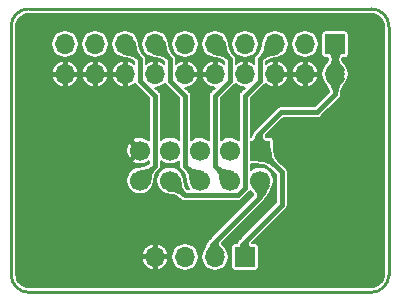
<source format=gbr>
G04 #@! TF.GenerationSoftware,KiCad,Pcbnew,(5.1.8)-1*
G04 #@! TF.CreationDate,2021-03-23T12:11:17-05:00*
G04 #@! TF.ProjectId,STLINK_Adapter,53544c49-4e4b-45f4-9164-61707465722e,rev?*
G04 #@! TF.SameCoordinates,Original*
G04 #@! TF.FileFunction,Copper,L1,Top*
G04 #@! TF.FilePolarity,Positive*
%FSLAX46Y46*%
G04 Gerber Fmt 4.6, Leading zero omitted, Abs format (unit mm)*
G04 Created by KiCad (PCBNEW (5.1.8)-1) date 2021-03-23 12:11:17*
%MOMM*%
%LPD*%
G01*
G04 APERTURE LIST*
G04 #@! TA.AperFunction,Profile*
%ADD10C,0.254000*%
G04 #@! TD*
G04 #@! TA.AperFunction,ComponentPad*
%ADD11O,1.700000X1.700000*%
G04 #@! TD*
G04 #@! TA.AperFunction,ComponentPad*
%ADD12R,1.700000X1.700000*%
G04 #@! TD*
G04 #@! TA.AperFunction,ComponentPad*
%ADD13C,1.700000*%
G04 #@! TD*
G04 #@! TA.AperFunction,ViaPad*
%ADD14C,0.800000*%
G04 #@! TD*
G04 #@! TA.AperFunction,Conductor*
%ADD15C,0.381000*%
G04 #@! TD*
G04 #@! TA.AperFunction,Conductor*
%ADD16C,0.127000*%
G04 #@! TD*
G04 #@! TA.AperFunction,Conductor*
%ADD17C,0.150000*%
G04 #@! TD*
G04 #@! TA.AperFunction,Conductor*
%ADD18C,0.025400*%
G04 #@! TD*
G04 APERTURE END LIST*
D10*
X114500000Y-90000000D02*
G75*
G02*
X116000000Y-91500000I0J-1500000D01*
G01*
X116000000Y-112500000D02*
G75*
G02*
X114500000Y-114000000I-1500000J0D01*
G01*
X85500000Y-114000000D02*
G75*
G02*
X84000000Y-112500000I0J1500000D01*
G01*
X85500000Y-114000000D02*
X114500000Y-114000000D01*
X116000000Y-91500000D02*
X116000000Y-112500000D01*
X84000000Y-91500000D02*
X84000000Y-112500000D01*
X84000000Y-91500000D02*
G75*
G02*
X85500000Y-90000000I1500000J0D01*
G01*
X85500000Y-90000000D02*
X114500000Y-90000000D01*
D11*
X96190000Y-111000000D03*
X98730000Y-111000000D03*
X101270000Y-111000000D03*
D12*
X103810000Y-111000000D03*
D13*
X94920000Y-104540000D03*
X94920000Y-102000000D03*
X97460000Y-104540000D03*
X97460000Y-102000000D03*
X100000000Y-104540000D03*
X100000000Y-102000000D03*
X102540000Y-104540000D03*
X102540000Y-102000000D03*
X105080000Y-104540000D03*
D12*
X105080000Y-102000000D03*
D11*
X88570000Y-95520000D03*
X88570000Y-92980000D03*
X91110000Y-95520000D03*
X91110000Y-92980000D03*
X93650000Y-95520000D03*
X93650000Y-92980000D03*
X96190000Y-95520000D03*
X96190000Y-92980000D03*
X98730000Y-95520000D03*
X98730000Y-92980000D03*
X101270000Y-95520000D03*
X101270000Y-92980000D03*
X103810000Y-95520000D03*
X103810000Y-92980000D03*
X106350000Y-95520000D03*
X106350000Y-92980000D03*
X108890000Y-95520000D03*
X108890000Y-92980000D03*
X111430000Y-95520000D03*
D12*
X111430000Y-92980000D03*
D14*
X85820000Y-92103572D03*
X85820000Y-99103572D03*
X85820000Y-106103572D03*
X86820000Y-112103572D03*
X89820000Y-102103572D03*
X90820000Y-108103572D03*
X91820000Y-91103572D03*
X92820000Y-98103572D03*
X93820000Y-112103572D03*
X96820000Y-107103572D03*
X97820000Y-100103572D03*
X98820000Y-91103572D03*
X105820000Y-91103572D03*
X105820000Y-98103572D03*
X105820000Y-110103572D03*
X107820000Y-103103572D03*
X110820000Y-107103572D03*
X111820000Y-99103572D03*
X112820000Y-91103572D03*
X112820000Y-112103572D03*
X114820000Y-103103572D03*
X102616000Y-100076000D03*
D15*
X94919800Y-94249800D02*
X93650000Y-92980000D01*
X94919800Y-96085742D02*
X94919800Y-94249800D01*
X96189800Y-97355742D02*
X94919800Y-96085742D01*
X96189800Y-103270200D02*
X96189800Y-97355742D01*
X94920000Y-104540000D02*
X96189800Y-103270200D01*
X97459800Y-94249800D02*
X96190000Y-92980000D01*
X97459800Y-96085742D02*
X97459800Y-94249800D01*
X98729800Y-97355742D02*
X97459800Y-96085742D01*
X98729800Y-103269800D02*
X98729800Y-97355742D01*
X100000000Y-104540000D02*
X98729800Y-103269800D01*
X102539800Y-94249800D02*
X101270000Y-92980000D01*
X102539800Y-96086142D02*
X102539800Y-94249800D01*
X101269800Y-97356142D02*
X102539800Y-96086142D01*
X101269800Y-103269800D02*
X101269800Y-97356142D01*
X102540000Y-104540000D02*
X101269800Y-103269800D01*
X105079800Y-94250200D02*
X106350000Y-92980000D01*
X105079800Y-96086142D02*
X105079800Y-94250200D01*
X103809800Y-97356142D02*
X105079800Y-96086142D01*
X103809800Y-105165140D02*
X103809800Y-97356142D01*
X103194439Y-105780501D02*
X103809800Y-105165140D01*
X98700501Y-105780501D02*
X103194439Y-105780501D01*
X97460000Y-104540000D02*
X98700501Y-105780501D01*
X111430000Y-97231000D02*
X111430000Y-95520000D01*
X109905800Y-98755200D02*
X111430000Y-97231000D01*
X106857800Y-98755200D02*
X109905800Y-98755200D01*
X105080000Y-100533000D02*
X106857800Y-98755200D01*
X105080000Y-102000000D02*
X105080000Y-100533000D01*
X111430000Y-95520000D02*
X111430000Y-92980000D01*
X106934000Y-103854000D02*
X105080000Y-102000000D01*
X106934000Y-106578400D02*
X106934000Y-103854000D01*
X103810000Y-109702400D02*
X106934000Y-106578400D01*
X103810000Y-111000000D02*
X103810000Y-109702400D01*
X105080000Y-105892400D02*
X105080000Y-104540000D01*
X101270000Y-109702400D02*
X105080000Y-105892400D01*
X101270000Y-111000000D02*
X101270000Y-109702400D01*
D16*
X114705383Y-90462750D02*
X114902941Y-90522397D01*
X115085147Y-90619278D01*
X115245072Y-90749709D01*
X115376613Y-90908716D01*
X115474768Y-91090248D01*
X115535791Y-91287381D01*
X115559500Y-91512965D01*
X115559501Y-112478443D01*
X115537250Y-112705383D01*
X115477604Y-112902939D01*
X115380722Y-113085147D01*
X115250291Y-113245072D01*
X115091284Y-113376613D01*
X114909753Y-113474767D01*
X114712619Y-113535791D01*
X114487035Y-113559500D01*
X85521547Y-113559500D01*
X85294617Y-113537250D01*
X85097061Y-113477604D01*
X84914853Y-113380722D01*
X84754928Y-113250291D01*
X84623387Y-113091284D01*
X84525233Y-112909753D01*
X84464209Y-112712619D01*
X84440500Y-112487035D01*
X84440500Y-111306361D01*
X95067552Y-111306361D01*
X95148888Y-111519453D01*
X95270233Y-111712583D01*
X95426924Y-111878329D01*
X95612940Y-112010321D01*
X95821132Y-112103487D01*
X95883640Y-112122442D01*
X96063000Y-112077668D01*
X96063000Y-111127000D01*
X96317000Y-111127000D01*
X96317000Y-112077668D01*
X96496360Y-112122442D01*
X96558868Y-112103487D01*
X96767060Y-112010321D01*
X96953076Y-111878329D01*
X97109767Y-111712583D01*
X97231112Y-111519453D01*
X97312448Y-111306361D01*
X97268179Y-111127000D01*
X96317000Y-111127000D01*
X96063000Y-111127000D01*
X95111821Y-111127000D01*
X95067552Y-111306361D01*
X84440500Y-111306361D01*
X84440500Y-110885405D01*
X97566500Y-110885405D01*
X97566500Y-111114595D01*
X97611212Y-111339381D01*
X97698919Y-111551124D01*
X97826250Y-111741688D01*
X97988312Y-111903750D01*
X98178876Y-112031081D01*
X98390619Y-112118788D01*
X98615405Y-112163500D01*
X98844595Y-112163500D01*
X99069381Y-112118788D01*
X99281124Y-112031081D01*
X99471688Y-111903750D01*
X99633750Y-111741688D01*
X99761081Y-111551124D01*
X99848788Y-111339381D01*
X99893500Y-111114595D01*
X99893500Y-110885405D01*
X99848788Y-110660619D01*
X99761081Y-110448876D01*
X99633750Y-110258312D01*
X99471688Y-110096250D01*
X99281124Y-109968919D01*
X99069381Y-109881212D01*
X98844595Y-109836500D01*
X98615405Y-109836500D01*
X98390619Y-109881212D01*
X98178876Y-109968919D01*
X97988312Y-110096250D01*
X97826250Y-110258312D01*
X97698919Y-110448876D01*
X97611212Y-110660619D01*
X97566500Y-110885405D01*
X84440500Y-110885405D01*
X84440500Y-110693639D01*
X95067552Y-110693639D01*
X95111821Y-110873000D01*
X96063000Y-110873000D01*
X96063000Y-109922332D01*
X96317000Y-109922332D01*
X96317000Y-110873000D01*
X97268179Y-110873000D01*
X97312448Y-110693639D01*
X97231112Y-110480547D01*
X97109767Y-110287417D01*
X96953076Y-110121671D01*
X96767060Y-109989679D01*
X96558868Y-109896513D01*
X96496360Y-109877558D01*
X96317000Y-109922332D01*
X96063000Y-109922332D01*
X95883640Y-109877558D01*
X95821132Y-109896513D01*
X95612940Y-109989679D01*
X95426924Y-110121671D01*
X95270233Y-110287417D01*
X95148888Y-110480547D01*
X95067552Y-110693639D01*
X84440500Y-110693639D01*
X84440500Y-102081273D01*
X93753698Y-102081273D01*
X93791964Y-102307246D01*
X93873580Y-102521412D01*
X93905102Y-102580386D01*
X94064163Y-102676232D01*
X94740395Y-102000000D01*
X94064163Y-101323768D01*
X93905102Y-101419614D01*
X93811376Y-101628763D01*
X93760253Y-101852178D01*
X93753698Y-102081273D01*
X84440500Y-102081273D01*
X84440500Y-95826361D01*
X87447552Y-95826361D01*
X87528888Y-96039453D01*
X87650233Y-96232583D01*
X87806924Y-96398329D01*
X87992940Y-96530321D01*
X88201132Y-96623487D01*
X88263640Y-96642442D01*
X88443000Y-96597668D01*
X88443000Y-95647000D01*
X88697000Y-95647000D01*
X88697000Y-96597668D01*
X88876360Y-96642442D01*
X88938868Y-96623487D01*
X89147060Y-96530321D01*
X89333076Y-96398329D01*
X89489767Y-96232583D01*
X89611112Y-96039453D01*
X89692448Y-95826361D01*
X89987552Y-95826361D01*
X90068888Y-96039453D01*
X90190233Y-96232583D01*
X90346924Y-96398329D01*
X90532940Y-96530321D01*
X90741132Y-96623487D01*
X90803640Y-96642442D01*
X90983000Y-96597668D01*
X90983000Y-95647000D01*
X91237000Y-95647000D01*
X91237000Y-96597668D01*
X91416360Y-96642442D01*
X91478868Y-96623487D01*
X91687060Y-96530321D01*
X91873076Y-96398329D01*
X92029767Y-96232583D01*
X92151112Y-96039453D01*
X92232448Y-95826361D01*
X92527552Y-95826361D01*
X92608888Y-96039453D01*
X92730233Y-96232583D01*
X92886924Y-96398329D01*
X93072940Y-96530321D01*
X93281132Y-96623487D01*
X93343640Y-96642442D01*
X93523000Y-96597668D01*
X93523000Y-95647000D01*
X92571821Y-95647000D01*
X92527552Y-95826361D01*
X92232448Y-95826361D01*
X92188179Y-95647000D01*
X91237000Y-95647000D01*
X90983000Y-95647000D01*
X90031821Y-95647000D01*
X89987552Y-95826361D01*
X89692448Y-95826361D01*
X89648179Y-95647000D01*
X88697000Y-95647000D01*
X88443000Y-95647000D01*
X87491821Y-95647000D01*
X87447552Y-95826361D01*
X84440500Y-95826361D01*
X84440500Y-95213639D01*
X87447552Y-95213639D01*
X87491821Y-95393000D01*
X88443000Y-95393000D01*
X88443000Y-94442332D01*
X88697000Y-94442332D01*
X88697000Y-95393000D01*
X89648179Y-95393000D01*
X89692448Y-95213639D01*
X89987552Y-95213639D01*
X90031821Y-95393000D01*
X90983000Y-95393000D01*
X90983000Y-94442332D01*
X91237000Y-94442332D01*
X91237000Y-95393000D01*
X92188179Y-95393000D01*
X92232448Y-95213639D01*
X92527552Y-95213639D01*
X92571821Y-95393000D01*
X93523000Y-95393000D01*
X93523000Y-94442332D01*
X93343640Y-94397558D01*
X93281132Y-94416513D01*
X93072940Y-94509679D01*
X92886924Y-94641671D01*
X92730233Y-94807417D01*
X92608888Y-95000547D01*
X92527552Y-95213639D01*
X92232448Y-95213639D01*
X92151112Y-95000547D01*
X92029767Y-94807417D01*
X91873076Y-94641671D01*
X91687060Y-94509679D01*
X91478868Y-94416513D01*
X91416360Y-94397558D01*
X91237000Y-94442332D01*
X90983000Y-94442332D01*
X90803640Y-94397558D01*
X90741132Y-94416513D01*
X90532940Y-94509679D01*
X90346924Y-94641671D01*
X90190233Y-94807417D01*
X90068888Y-95000547D01*
X89987552Y-95213639D01*
X89692448Y-95213639D01*
X89611112Y-95000547D01*
X89489767Y-94807417D01*
X89333076Y-94641671D01*
X89147060Y-94509679D01*
X88938868Y-94416513D01*
X88876360Y-94397558D01*
X88697000Y-94442332D01*
X88443000Y-94442332D01*
X88263640Y-94397558D01*
X88201132Y-94416513D01*
X87992940Y-94509679D01*
X87806924Y-94641671D01*
X87650233Y-94807417D01*
X87528888Y-95000547D01*
X87447552Y-95213639D01*
X84440500Y-95213639D01*
X84440500Y-92865405D01*
X87406500Y-92865405D01*
X87406500Y-93094595D01*
X87451212Y-93319381D01*
X87538919Y-93531124D01*
X87666250Y-93721688D01*
X87828312Y-93883750D01*
X88018876Y-94011081D01*
X88230619Y-94098788D01*
X88455405Y-94143500D01*
X88684595Y-94143500D01*
X88909381Y-94098788D01*
X89121124Y-94011081D01*
X89311688Y-93883750D01*
X89473750Y-93721688D01*
X89601081Y-93531124D01*
X89688788Y-93319381D01*
X89733500Y-93094595D01*
X89733500Y-92865405D01*
X89946500Y-92865405D01*
X89946500Y-93094595D01*
X89991212Y-93319381D01*
X90078919Y-93531124D01*
X90206250Y-93721688D01*
X90368312Y-93883750D01*
X90558876Y-94011081D01*
X90770619Y-94098788D01*
X90995405Y-94143500D01*
X91224595Y-94143500D01*
X91449381Y-94098788D01*
X91661124Y-94011081D01*
X91851688Y-93883750D01*
X92013750Y-93721688D01*
X92141081Y-93531124D01*
X92228788Y-93319381D01*
X92273500Y-93094595D01*
X92273500Y-92865405D01*
X92486500Y-92865405D01*
X92486500Y-93094595D01*
X92531212Y-93319381D01*
X92618919Y-93531124D01*
X92746250Y-93721688D01*
X92908312Y-93883750D01*
X93098876Y-94011081D01*
X93310619Y-94098788D01*
X93372937Y-94111184D01*
X93447452Y-94133852D01*
X93469593Y-94139713D01*
X93619756Y-94173646D01*
X93635846Y-94176842D01*
X93772273Y-94200248D01*
X93777691Y-94201128D01*
X93899714Y-94219870D01*
X94003622Y-94238866D01*
X94091984Y-94262190D01*
X94174531Y-94294599D01*
X94262779Y-94343640D01*
X94365882Y-94419477D01*
X94415801Y-94465160D01*
X94415801Y-94644553D01*
X94413076Y-94641671D01*
X94227060Y-94509679D01*
X94018868Y-94416513D01*
X93956360Y-94397558D01*
X93777000Y-94442332D01*
X93777000Y-95393000D01*
X93797000Y-95393000D01*
X93797000Y-95647000D01*
X93777000Y-95647000D01*
X93777000Y-96597668D01*
X93956360Y-96642442D01*
X94018868Y-96623487D01*
X94227060Y-96530321D01*
X94413076Y-96398329D01*
X94478444Y-96329184D01*
X94498712Y-96367104D01*
X94561694Y-96443848D01*
X94580927Y-96459632D01*
X95685801Y-97564507D01*
X95685800Y-101112836D01*
X95656678Y-101083714D01*
X95596231Y-101144161D01*
X95500386Y-100985102D01*
X95291237Y-100891376D01*
X95067822Y-100840253D01*
X94838727Y-100833698D01*
X94612754Y-100871964D01*
X94398588Y-100953580D01*
X94339614Y-100985102D01*
X94243768Y-101144163D01*
X94920000Y-101820395D01*
X94934143Y-101806253D01*
X95113748Y-101985858D01*
X95099605Y-102000000D01*
X95113748Y-102014143D01*
X94934143Y-102193748D01*
X94920000Y-102179605D01*
X94243768Y-102855837D01*
X94339614Y-103014898D01*
X94548763Y-103108624D01*
X94772178Y-103159747D01*
X95001273Y-103166302D01*
X95227246Y-103128036D01*
X95441412Y-103046420D01*
X95500386Y-103014898D01*
X95596231Y-102855839D01*
X95656678Y-102916286D01*
X95685800Y-102887164D01*
X95685800Y-103054839D01*
X95635877Y-103100525D01*
X95532779Y-103176359D01*
X95444531Y-103225400D01*
X95361984Y-103257809D01*
X95273622Y-103281133D01*
X95169714Y-103300129D01*
X95047691Y-103318871D01*
X95042273Y-103319751D01*
X94905846Y-103343157D01*
X94889756Y-103346353D01*
X94739593Y-103380286D01*
X94717451Y-103386148D01*
X94642938Y-103408816D01*
X94580619Y-103421212D01*
X94368876Y-103508919D01*
X94178312Y-103636250D01*
X94016250Y-103798312D01*
X93888919Y-103988876D01*
X93801212Y-104200619D01*
X93756500Y-104425405D01*
X93756500Y-104654595D01*
X93801212Y-104879381D01*
X93888919Y-105091124D01*
X94016250Y-105281688D01*
X94178312Y-105443750D01*
X94368876Y-105571081D01*
X94580619Y-105658788D01*
X94805405Y-105703500D01*
X95034595Y-105703500D01*
X95259381Y-105658788D01*
X95471124Y-105571081D01*
X95661688Y-105443750D01*
X95823750Y-105281688D01*
X95951081Y-105091124D01*
X96038788Y-104879381D01*
X96051184Y-104817059D01*
X96073852Y-104742546D01*
X96079713Y-104720406D01*
X96113646Y-104570243D01*
X96116842Y-104554153D01*
X96140248Y-104417726D01*
X96141128Y-104412308D01*
X96159870Y-104290285D01*
X96178866Y-104186377D01*
X96202190Y-104098015D01*
X96234599Y-104015468D01*
X96283640Y-103927220D01*
X96359477Y-103824117D01*
X96476294Y-103696470D01*
X96528678Y-103644086D01*
X96547906Y-103628306D01*
X96610888Y-103551562D01*
X96657688Y-103464005D01*
X96686507Y-103369001D01*
X96693800Y-103294954D01*
X96693800Y-103294952D01*
X96696238Y-103270201D01*
X96693800Y-103245450D01*
X96693800Y-102879238D01*
X96718312Y-102903750D01*
X96908876Y-103031081D01*
X97120619Y-103118788D01*
X97345405Y-103163500D01*
X97574595Y-103163500D01*
X97799381Y-103118788D01*
X98011124Y-103031081D01*
X98201688Y-102903750D01*
X98225800Y-102879638D01*
X98225800Y-103245046D01*
X98223362Y-103269800D01*
X98233093Y-103368601D01*
X98233215Y-103369002D01*
X98261912Y-103463604D01*
X98308712Y-103551162D01*
X98371694Y-103627906D01*
X98390927Y-103643690D01*
X98443696Y-103696459D01*
X98560522Y-103824117D01*
X98636359Y-103927220D01*
X98685400Y-104015468D01*
X98717809Y-104098015D01*
X98741133Y-104186377D01*
X98760129Y-104290285D01*
X98778871Y-104412308D01*
X98779751Y-104417726D01*
X98803157Y-104554153D01*
X98806353Y-104570243D01*
X98840286Y-104720406D01*
X98846148Y-104742548D01*
X98868816Y-104817060D01*
X98881212Y-104879381D01*
X98968919Y-105091124D01*
X99092784Y-105276501D01*
X98918346Y-105276501D01*
X98899477Y-105255882D01*
X98823640Y-105152779D01*
X98774599Y-105064531D01*
X98742190Y-104981984D01*
X98718866Y-104893622D01*
X98699870Y-104789714D01*
X98681128Y-104667691D01*
X98680248Y-104662273D01*
X98656842Y-104525846D01*
X98653646Y-104509756D01*
X98619713Y-104359593D01*
X98613852Y-104337452D01*
X98591184Y-104262937D01*
X98578788Y-104200619D01*
X98491081Y-103988876D01*
X98363750Y-103798312D01*
X98201688Y-103636250D01*
X98011124Y-103508919D01*
X97799381Y-103421212D01*
X97574595Y-103376500D01*
X97345405Y-103376500D01*
X97120619Y-103421212D01*
X96908876Y-103508919D01*
X96718312Y-103636250D01*
X96556250Y-103798312D01*
X96428919Y-103988876D01*
X96341212Y-104200619D01*
X96296500Y-104425405D01*
X96296500Y-104654595D01*
X96341212Y-104879381D01*
X96428919Y-105091124D01*
X96556250Y-105281688D01*
X96718312Y-105443750D01*
X96908876Y-105571081D01*
X97120619Y-105658788D01*
X97182937Y-105671184D01*
X97257452Y-105693852D01*
X97279593Y-105699713D01*
X97429756Y-105733646D01*
X97445846Y-105736842D01*
X97582273Y-105760248D01*
X97587691Y-105761128D01*
X97709714Y-105779870D01*
X97813622Y-105798866D01*
X97901984Y-105822190D01*
X97984531Y-105854599D01*
X98072779Y-105903640D01*
X98175882Y-105979477D01*
X98303531Y-106096295D01*
X98326615Y-106119379D01*
X98342395Y-106138607D01*
X98419139Y-106201589D01*
X98506696Y-106248389D01*
X98601700Y-106277208D01*
X98675747Y-106284501D01*
X98675749Y-106284501D01*
X98700500Y-106286939D01*
X98725251Y-106284501D01*
X103169685Y-106284501D01*
X103194439Y-106286939D01*
X103293240Y-106277208D01*
X103293243Y-106277207D01*
X103388244Y-106248389D01*
X103475801Y-106201589D01*
X103552545Y-106138607D01*
X103568329Y-106119374D01*
X104148678Y-105539026D01*
X104167906Y-105523246D01*
X104230888Y-105446502D01*
X104262008Y-105388280D01*
X104333641Y-105472532D01*
X104336399Y-105475732D01*
X104422682Y-105574487D01*
X104486585Y-105654546D01*
X104519259Y-105707416D01*
X104523200Y-105718939D01*
X104520459Y-105725804D01*
X104465784Y-105793853D01*
X100931123Y-109328514D01*
X100911895Y-109344294D01*
X100896115Y-109363522D01*
X100848913Y-109421038D01*
X100831873Y-109452918D01*
X100788840Y-109503112D01*
X100778747Y-109515511D01*
X100690103Y-109630264D01*
X100679248Y-109645206D01*
X100603542Y-109756148D01*
X100593693Y-109771525D01*
X100525980Y-109884345D01*
X100518601Y-109897332D01*
X100453939Y-110017717D01*
X100449496Y-110026302D01*
X100382940Y-110159941D01*
X100381047Y-110163809D01*
X100307655Y-110316391D01*
X100307613Y-110316478D01*
X100256948Y-110421894D01*
X100238919Y-110448876D01*
X100151212Y-110660619D01*
X100106500Y-110885405D01*
X100106500Y-111114595D01*
X100151212Y-111339381D01*
X100238919Y-111551124D01*
X100366250Y-111741688D01*
X100528312Y-111903750D01*
X100718876Y-112031081D01*
X100930619Y-112118788D01*
X101155405Y-112163500D01*
X101384595Y-112163500D01*
X101609381Y-112118788D01*
X101821124Y-112031081D01*
X102011688Y-111903750D01*
X102173750Y-111741688D01*
X102301081Y-111551124D01*
X102388788Y-111339381D01*
X102433500Y-111114595D01*
X102433500Y-110885405D01*
X102388788Y-110660619D01*
X102301081Y-110448876D01*
X102244135Y-110363651D01*
X102234503Y-110346802D01*
X102216680Y-110319111D01*
X102185003Y-110275153D01*
X102173750Y-110258312D01*
X102170589Y-110255151D01*
X102132532Y-110202340D01*
X102121681Y-110188153D01*
X102033526Y-110079454D01*
X102032090Y-110077696D01*
X101952403Y-109980881D01*
X101895057Y-109903622D01*
X101866821Y-109853559D01*
X101863231Y-109841460D01*
X101867960Y-109830130D01*
X101922617Y-109762546D01*
X105418873Y-106266290D01*
X105438106Y-106250506D01*
X105501088Y-106173762D01*
X105521398Y-106135765D01*
X105596223Y-106043351D01*
X105607902Y-106027983D01*
X105691452Y-105910712D01*
X105702844Y-105893556D01*
X105773108Y-105779805D01*
X105782364Y-105763781D01*
X105844673Y-105648162D01*
X105850690Y-105636411D01*
X105910376Y-105513536D01*
X105913154Y-105507663D01*
X105975546Y-105372142D01*
X105975734Y-105371734D01*
X106045368Y-105219910D01*
X106094832Y-105115443D01*
X106111081Y-105091124D01*
X106198788Y-104879381D01*
X106243500Y-104654595D01*
X106243500Y-104425405D01*
X106198788Y-104200619D01*
X106111081Y-103988876D01*
X105983750Y-103798312D01*
X105821688Y-103636250D01*
X105631124Y-103508919D01*
X105419381Y-103421212D01*
X105194595Y-103376500D01*
X104965405Y-103376500D01*
X104740619Y-103421212D01*
X104528876Y-103508919D01*
X104338312Y-103636250D01*
X104313800Y-103660762D01*
X104313800Y-103165016D01*
X104923060Y-103165016D01*
X105049756Y-103193646D01*
X105065846Y-103196842D01*
X105202273Y-103220248D01*
X105207691Y-103221128D01*
X105329714Y-103239870D01*
X105433622Y-103258866D01*
X105521984Y-103282190D01*
X105604531Y-103314599D01*
X105692779Y-103363640D01*
X105795882Y-103439477D01*
X105923535Y-103556298D01*
X106430001Y-104062765D01*
X106430000Y-106369636D01*
X103471123Y-109328514D01*
X103451895Y-109344294D01*
X103436115Y-109363522D01*
X103388913Y-109421038D01*
X103371873Y-109452918D01*
X103328840Y-109503112D01*
X103318747Y-109515511D01*
X103230103Y-109630264D01*
X103219248Y-109645206D01*
X103143542Y-109756148D01*
X103133693Y-109771525D01*
X103095606Y-109834984D01*
X102960000Y-109834984D01*
X102898543Y-109841037D01*
X102839449Y-109858963D01*
X102784986Y-109888074D01*
X102737250Y-109927250D01*
X102698074Y-109974986D01*
X102668963Y-110029449D01*
X102651037Y-110088543D01*
X102644984Y-110150000D01*
X102644984Y-111850000D01*
X102651037Y-111911457D01*
X102668963Y-111970551D01*
X102698074Y-112025014D01*
X102737250Y-112072750D01*
X102784986Y-112111926D01*
X102839449Y-112141037D01*
X102898543Y-112158963D01*
X102960000Y-112165016D01*
X104660000Y-112165016D01*
X104721457Y-112158963D01*
X104780551Y-112141037D01*
X104835014Y-112111926D01*
X104882750Y-112072750D01*
X104921926Y-112025014D01*
X104951037Y-111970551D01*
X104968963Y-111911457D01*
X104975016Y-111850000D01*
X104975016Y-110150000D01*
X104968963Y-110088543D01*
X104951037Y-110029449D01*
X104921926Y-109974986D01*
X104882750Y-109927250D01*
X104835014Y-109888074D01*
X104780551Y-109858963D01*
X104721457Y-109841037D01*
X104660000Y-109834984D01*
X104405934Y-109834984D01*
X104407960Y-109830130D01*
X104462616Y-109762547D01*
X107272878Y-106952286D01*
X107292106Y-106936506D01*
X107355088Y-106859762D01*
X107401888Y-106772205D01*
X107430707Y-106677201D01*
X107438000Y-106603154D01*
X107438000Y-106603153D01*
X107440438Y-106578401D01*
X107438000Y-106553647D01*
X107438000Y-103878754D01*
X107440438Y-103854000D01*
X107430707Y-103755198D01*
X107411337Y-103691344D01*
X107401888Y-103660195D01*
X107355088Y-103572638D01*
X107292106Y-103495894D01*
X107272878Y-103480114D01*
X106636298Y-102843535D01*
X106519477Y-102715882D01*
X106443640Y-102612779D01*
X106394599Y-102524531D01*
X106362190Y-102441984D01*
X106338866Y-102353622D01*
X106319870Y-102249714D01*
X106301128Y-102127691D01*
X106300248Y-102122273D01*
X106276842Y-101985846D01*
X106273646Y-101969756D01*
X106245016Y-101843060D01*
X106245016Y-101150000D01*
X106238963Y-101088543D01*
X106221037Y-101029449D01*
X106191926Y-100974986D01*
X106152750Y-100927250D01*
X106105014Y-100888074D01*
X106050551Y-100858963D01*
X105991457Y-100841037D01*
X105930000Y-100834984D01*
X105596035Y-100834984D01*
X105584000Y-100818474D01*
X105584000Y-100749508D01*
X105613829Y-100711934D01*
X107066564Y-99259200D01*
X109881046Y-99259200D01*
X109905800Y-99261638D01*
X110004601Y-99251907D01*
X110099605Y-99223088D01*
X110187162Y-99176288D01*
X110263906Y-99113306D01*
X110279690Y-99094073D01*
X111768878Y-97604886D01*
X111788106Y-97589106D01*
X111851088Y-97512362D01*
X111897888Y-97424805D01*
X111926707Y-97329801D01*
X111934000Y-97255754D01*
X111934000Y-97255752D01*
X111936438Y-97231001D01*
X111934327Y-97209568D01*
X111941659Y-97044064D01*
X111960937Y-96917548D01*
X111988665Y-96820454D01*
X112024110Y-96739183D01*
X112070106Y-96660197D01*
X112130140Y-96573303D01*
X112203176Y-96473760D01*
X112206384Y-96469307D01*
X112286302Y-96356288D01*
X112295420Y-96342650D01*
X112377607Y-96212474D01*
X112389118Y-96192675D01*
X112425779Y-96123958D01*
X112461081Y-96071124D01*
X112548788Y-95859381D01*
X112593500Y-95634595D01*
X112593500Y-95405405D01*
X112548788Y-95180619D01*
X112461081Y-94968876D01*
X112425777Y-94916040D01*
X112389118Y-94847325D01*
X112377607Y-94827525D01*
X112295420Y-94697349D01*
X112286302Y-94683711D01*
X112206384Y-94570692D01*
X112203176Y-94566239D01*
X112130140Y-94466696D01*
X112070106Y-94379802D01*
X112024110Y-94300816D01*
X112001947Y-94250000D01*
X112024110Y-94199183D01*
X112055653Y-94145016D01*
X112280000Y-94145016D01*
X112341457Y-94138963D01*
X112400551Y-94121037D01*
X112455014Y-94091926D01*
X112502750Y-94052750D01*
X112541926Y-94005014D01*
X112571037Y-93950551D01*
X112588963Y-93891457D01*
X112595016Y-93830000D01*
X112595016Y-92130000D01*
X112588963Y-92068543D01*
X112571037Y-92009449D01*
X112541926Y-91954986D01*
X112502750Y-91907250D01*
X112455014Y-91868074D01*
X112400551Y-91838963D01*
X112341457Y-91821037D01*
X112280000Y-91814984D01*
X110580000Y-91814984D01*
X110518543Y-91821037D01*
X110459449Y-91838963D01*
X110404986Y-91868074D01*
X110357250Y-91907250D01*
X110318074Y-91954986D01*
X110288963Y-92009449D01*
X110271037Y-92068543D01*
X110264984Y-92130000D01*
X110264984Y-93830000D01*
X110271037Y-93891457D01*
X110288963Y-93950551D01*
X110318074Y-94005014D01*
X110357250Y-94052750D01*
X110404986Y-94091926D01*
X110459449Y-94121037D01*
X110518543Y-94138963D01*
X110580000Y-94145016D01*
X110804346Y-94145016D01*
X110835889Y-94199183D01*
X110858052Y-94250000D01*
X110835889Y-94300816D01*
X110789893Y-94379802D01*
X110729859Y-94466696D01*
X110656823Y-94566239D01*
X110653615Y-94570692D01*
X110573697Y-94683711D01*
X110564579Y-94697349D01*
X110482392Y-94827525D01*
X110470880Y-94847326D01*
X110434218Y-94916048D01*
X110398919Y-94968876D01*
X110311212Y-95180619D01*
X110266500Y-95405405D01*
X110266500Y-95634595D01*
X110311212Y-95859381D01*
X110398919Y-96071124D01*
X110434221Y-96123958D01*
X110470881Y-96192674D01*
X110482392Y-96212474D01*
X110564579Y-96342650D01*
X110573697Y-96356288D01*
X110653615Y-96469307D01*
X110656823Y-96473760D01*
X110729859Y-96573303D01*
X110789893Y-96660197D01*
X110835889Y-96739183D01*
X110871334Y-96820454D01*
X110899062Y-96917548D01*
X110916467Y-97031769D01*
X109697037Y-98251200D01*
X106882554Y-98251200D01*
X106857800Y-98248762D01*
X106758998Y-98258493D01*
X106730179Y-98267235D01*
X106663995Y-98287312D01*
X106576438Y-98334112D01*
X106499694Y-98397094D01*
X106483914Y-98416322D01*
X104741123Y-100159114D01*
X104721895Y-100174894D01*
X104706115Y-100194122D01*
X104658913Y-100251638D01*
X104642787Y-100281808D01*
X104598141Y-100335147D01*
X104583517Y-100354037D01*
X104490462Y-100484192D01*
X104476068Y-100506225D01*
X104403247Y-100628618D01*
X104391363Y-100650529D01*
X104332605Y-100769968D01*
X104324803Y-100787108D01*
X104313800Y-100813344D01*
X104313800Y-97564905D01*
X105418678Y-96460028D01*
X105437906Y-96444248D01*
X105500888Y-96367504D01*
X105521438Y-96329058D01*
X105586924Y-96398329D01*
X105772940Y-96530321D01*
X105981132Y-96623487D01*
X106043640Y-96642442D01*
X106223000Y-96597668D01*
X106223000Y-95647000D01*
X106477000Y-95647000D01*
X106477000Y-96597668D01*
X106656360Y-96642442D01*
X106718868Y-96623487D01*
X106927060Y-96530321D01*
X107113076Y-96398329D01*
X107269767Y-96232583D01*
X107391112Y-96039453D01*
X107472448Y-95826361D01*
X107767552Y-95826361D01*
X107848888Y-96039453D01*
X107970233Y-96232583D01*
X108126924Y-96398329D01*
X108312940Y-96530321D01*
X108521132Y-96623487D01*
X108583640Y-96642442D01*
X108763000Y-96597668D01*
X108763000Y-95647000D01*
X109017000Y-95647000D01*
X109017000Y-96597668D01*
X109196360Y-96642442D01*
X109258868Y-96623487D01*
X109467060Y-96530321D01*
X109653076Y-96398329D01*
X109809767Y-96232583D01*
X109931112Y-96039453D01*
X110012448Y-95826361D01*
X109968179Y-95647000D01*
X109017000Y-95647000D01*
X108763000Y-95647000D01*
X107811821Y-95647000D01*
X107767552Y-95826361D01*
X107472448Y-95826361D01*
X107428179Y-95647000D01*
X106477000Y-95647000D01*
X106223000Y-95647000D01*
X106203000Y-95647000D01*
X106203000Y-95393000D01*
X106223000Y-95393000D01*
X106223000Y-94442332D01*
X106477000Y-94442332D01*
X106477000Y-95393000D01*
X107428179Y-95393000D01*
X107472448Y-95213639D01*
X107767552Y-95213639D01*
X107811821Y-95393000D01*
X108763000Y-95393000D01*
X108763000Y-94442332D01*
X109017000Y-94442332D01*
X109017000Y-95393000D01*
X109968179Y-95393000D01*
X110012448Y-95213639D01*
X109931112Y-95000547D01*
X109809767Y-94807417D01*
X109653076Y-94641671D01*
X109467060Y-94509679D01*
X109258868Y-94416513D01*
X109196360Y-94397558D01*
X109017000Y-94442332D01*
X108763000Y-94442332D01*
X108583640Y-94397558D01*
X108521132Y-94416513D01*
X108312940Y-94509679D01*
X108126924Y-94641671D01*
X107970233Y-94807417D01*
X107848888Y-95000547D01*
X107767552Y-95213639D01*
X107472448Y-95213639D01*
X107391112Y-95000547D01*
X107269767Y-94807417D01*
X107113076Y-94641671D01*
X106927060Y-94509679D01*
X106718868Y-94416513D01*
X106656360Y-94397558D01*
X106477000Y-94442332D01*
X106223000Y-94442332D01*
X106043640Y-94397558D01*
X105981132Y-94416513D01*
X105772940Y-94509679D01*
X105586924Y-94641671D01*
X105583800Y-94644976D01*
X105583800Y-94465525D01*
X105634117Y-94419477D01*
X105737220Y-94343640D01*
X105825468Y-94294599D01*
X105908015Y-94262190D01*
X105996377Y-94238866D01*
X106100285Y-94219870D01*
X106222308Y-94201128D01*
X106227726Y-94200248D01*
X106364153Y-94176842D01*
X106380243Y-94173646D01*
X106530406Y-94139713D01*
X106552546Y-94133852D01*
X106627059Y-94111184D01*
X106689381Y-94098788D01*
X106901124Y-94011081D01*
X107091688Y-93883750D01*
X107253750Y-93721688D01*
X107381081Y-93531124D01*
X107468788Y-93319381D01*
X107513500Y-93094595D01*
X107513500Y-92865405D01*
X107726500Y-92865405D01*
X107726500Y-93094595D01*
X107771212Y-93319381D01*
X107858919Y-93531124D01*
X107986250Y-93721688D01*
X108148312Y-93883750D01*
X108338876Y-94011081D01*
X108550619Y-94098788D01*
X108775405Y-94143500D01*
X109004595Y-94143500D01*
X109229381Y-94098788D01*
X109441124Y-94011081D01*
X109631688Y-93883750D01*
X109793750Y-93721688D01*
X109921081Y-93531124D01*
X110008788Y-93319381D01*
X110053500Y-93094595D01*
X110053500Y-92865405D01*
X110008788Y-92640619D01*
X109921081Y-92428876D01*
X109793750Y-92238312D01*
X109631688Y-92076250D01*
X109441124Y-91948919D01*
X109229381Y-91861212D01*
X109004595Y-91816500D01*
X108775405Y-91816500D01*
X108550619Y-91861212D01*
X108338876Y-91948919D01*
X108148312Y-92076250D01*
X107986250Y-92238312D01*
X107858919Y-92428876D01*
X107771212Y-92640619D01*
X107726500Y-92865405D01*
X107513500Y-92865405D01*
X107468788Y-92640619D01*
X107381081Y-92428876D01*
X107253750Y-92238312D01*
X107091688Y-92076250D01*
X106901124Y-91948919D01*
X106689381Y-91861212D01*
X106464595Y-91816500D01*
X106235405Y-91816500D01*
X106010619Y-91861212D01*
X105798876Y-91948919D01*
X105608312Y-92076250D01*
X105446250Y-92238312D01*
X105318919Y-92428876D01*
X105231212Y-92640619D01*
X105218816Y-92702938D01*
X105196148Y-92777451D01*
X105190286Y-92799593D01*
X105156353Y-92949756D01*
X105153157Y-92965846D01*
X105129751Y-93102273D01*
X105128871Y-93107691D01*
X105110129Y-93229714D01*
X105091133Y-93333622D01*
X105067809Y-93421984D01*
X105035400Y-93504531D01*
X104986359Y-93592779D01*
X104910525Y-93695877D01*
X104793683Y-93823554D01*
X104740923Y-93876314D01*
X104721695Y-93892094D01*
X104705915Y-93911322D01*
X104658713Y-93968838D01*
X104611913Y-94056395D01*
X104583093Y-94151399D01*
X104573362Y-94250200D01*
X104575801Y-94274963D01*
X104575801Y-94644553D01*
X104573076Y-94641671D01*
X104387060Y-94509679D01*
X104178868Y-94416513D01*
X104116360Y-94397558D01*
X103937000Y-94442332D01*
X103937000Y-95393000D01*
X103957000Y-95393000D01*
X103957000Y-95647000D01*
X103937000Y-95647000D01*
X103937000Y-95667000D01*
X103683000Y-95667000D01*
X103683000Y-95647000D01*
X103663000Y-95647000D01*
X103663000Y-95393000D01*
X103683000Y-95393000D01*
X103683000Y-94442332D01*
X103503640Y-94397558D01*
X103441132Y-94416513D01*
X103232940Y-94509679D01*
X103046924Y-94641671D01*
X103043800Y-94644976D01*
X103043800Y-94274550D01*
X103046238Y-94249799D01*
X103041444Y-94201128D01*
X103036507Y-94150999D01*
X103007688Y-94055995D01*
X102960888Y-93968438D01*
X102897906Y-93891694D01*
X102878678Y-93875914D01*
X102826295Y-93823531D01*
X102709477Y-93695882D01*
X102633640Y-93592779D01*
X102584599Y-93504531D01*
X102552190Y-93421984D01*
X102528866Y-93333622D01*
X102509870Y-93229714D01*
X102491128Y-93107691D01*
X102490248Y-93102273D01*
X102466842Y-92965846D01*
X102463646Y-92949756D01*
X102444585Y-92865405D01*
X102646500Y-92865405D01*
X102646500Y-93094595D01*
X102691212Y-93319381D01*
X102778919Y-93531124D01*
X102906250Y-93721688D01*
X103068312Y-93883750D01*
X103258876Y-94011081D01*
X103470619Y-94098788D01*
X103695405Y-94143500D01*
X103924595Y-94143500D01*
X104149381Y-94098788D01*
X104361124Y-94011081D01*
X104551688Y-93883750D01*
X104713750Y-93721688D01*
X104841081Y-93531124D01*
X104928788Y-93319381D01*
X104973500Y-93094595D01*
X104973500Y-92865405D01*
X104928788Y-92640619D01*
X104841081Y-92428876D01*
X104713750Y-92238312D01*
X104551688Y-92076250D01*
X104361124Y-91948919D01*
X104149381Y-91861212D01*
X103924595Y-91816500D01*
X103695405Y-91816500D01*
X103470619Y-91861212D01*
X103258876Y-91948919D01*
X103068312Y-92076250D01*
X102906250Y-92238312D01*
X102778919Y-92428876D01*
X102691212Y-92640619D01*
X102646500Y-92865405D01*
X102444585Y-92865405D01*
X102429713Y-92799593D01*
X102423852Y-92777452D01*
X102401184Y-92702937D01*
X102388788Y-92640619D01*
X102301081Y-92428876D01*
X102173750Y-92238312D01*
X102011688Y-92076250D01*
X101821124Y-91948919D01*
X101609381Y-91861212D01*
X101384595Y-91816500D01*
X101155405Y-91816500D01*
X100930619Y-91861212D01*
X100718876Y-91948919D01*
X100528312Y-92076250D01*
X100366250Y-92238312D01*
X100238919Y-92428876D01*
X100151212Y-92640619D01*
X100106500Y-92865405D01*
X100106500Y-93094595D01*
X100151212Y-93319381D01*
X100238919Y-93531124D01*
X100366250Y-93721688D01*
X100528312Y-93883750D01*
X100718876Y-94011081D01*
X100930619Y-94098788D01*
X100992937Y-94111184D01*
X101067452Y-94133852D01*
X101089593Y-94139713D01*
X101239756Y-94173646D01*
X101255846Y-94176842D01*
X101392273Y-94200248D01*
X101397691Y-94201128D01*
X101519714Y-94219870D01*
X101623622Y-94238866D01*
X101711984Y-94262190D01*
X101794531Y-94294599D01*
X101882779Y-94343640D01*
X101985882Y-94419477D01*
X102035801Y-94465160D01*
X102035801Y-94644553D01*
X102033076Y-94641671D01*
X101847060Y-94509679D01*
X101638868Y-94416513D01*
X101576360Y-94397558D01*
X101397000Y-94442332D01*
X101397000Y-95393000D01*
X101417000Y-95393000D01*
X101417000Y-95647000D01*
X101397000Y-95647000D01*
X101397000Y-95667000D01*
X101143000Y-95667000D01*
X101143000Y-95647000D01*
X100191821Y-95647000D01*
X100147552Y-95826361D01*
X100228888Y-96039453D01*
X100350233Y-96232583D01*
X100506924Y-96398329D01*
X100692940Y-96530321D01*
X100901132Y-96623487D01*
X100963640Y-96642442D01*
X101142998Y-96597668D01*
X101142998Y-96683500D01*
X101229679Y-96683500D01*
X100930923Y-96982256D01*
X100911695Y-96998036D01*
X100895915Y-97017264D01*
X100848713Y-97074780D01*
X100801913Y-97162337D01*
X100773093Y-97257341D01*
X100763362Y-97356142D01*
X100765801Y-97380906D01*
X100765800Y-101112836D01*
X100736678Y-101083714D01*
X100676231Y-101144161D01*
X100580386Y-100985102D01*
X100371237Y-100891376D01*
X100147822Y-100840253D01*
X99918727Y-100833698D01*
X99692754Y-100871964D01*
X99478588Y-100953580D01*
X99419614Y-100985102D01*
X99323769Y-101144161D01*
X99263322Y-101083714D01*
X99233800Y-101113236D01*
X99233800Y-97380492D01*
X99236238Y-97355741D01*
X99233683Y-97329800D01*
X99226507Y-97256941D01*
X99197688Y-97161937D01*
X99150888Y-97074380D01*
X99087906Y-96997636D01*
X99068678Y-96981856D01*
X98770322Y-96683500D01*
X98857002Y-96683500D01*
X98857002Y-96597668D01*
X99036360Y-96642442D01*
X99098868Y-96623487D01*
X99307060Y-96530321D01*
X99493076Y-96398329D01*
X99649767Y-96232583D01*
X99771112Y-96039453D01*
X99852448Y-95826361D01*
X99808179Y-95647000D01*
X98857000Y-95647000D01*
X98857000Y-95667000D01*
X98603000Y-95667000D01*
X98603000Y-95647000D01*
X98583000Y-95647000D01*
X98583000Y-95393000D01*
X98603000Y-95393000D01*
X98603000Y-94442332D01*
X98857000Y-94442332D01*
X98857000Y-95393000D01*
X99808179Y-95393000D01*
X99852448Y-95213639D01*
X100147552Y-95213639D01*
X100191821Y-95393000D01*
X101143000Y-95393000D01*
X101143000Y-94442332D01*
X100963640Y-94397558D01*
X100901132Y-94416513D01*
X100692940Y-94509679D01*
X100506924Y-94641671D01*
X100350233Y-94807417D01*
X100228888Y-95000547D01*
X100147552Y-95213639D01*
X99852448Y-95213639D01*
X99771112Y-95000547D01*
X99649767Y-94807417D01*
X99493076Y-94641671D01*
X99307060Y-94509679D01*
X99098868Y-94416513D01*
X99036360Y-94397558D01*
X98857000Y-94442332D01*
X98603000Y-94442332D01*
X98423640Y-94397558D01*
X98361132Y-94416513D01*
X98152940Y-94509679D01*
X97966924Y-94641671D01*
X97963800Y-94644976D01*
X97963800Y-94274550D01*
X97966238Y-94249799D01*
X97961444Y-94201128D01*
X97956507Y-94150999D01*
X97927688Y-94055995D01*
X97880888Y-93968438D01*
X97817906Y-93891694D01*
X97798678Y-93875914D01*
X97746295Y-93823531D01*
X97629477Y-93695882D01*
X97553640Y-93592779D01*
X97504599Y-93504531D01*
X97472190Y-93421984D01*
X97448866Y-93333622D01*
X97429870Y-93229714D01*
X97411128Y-93107691D01*
X97410248Y-93102273D01*
X97386842Y-92965846D01*
X97383646Y-92949756D01*
X97364585Y-92865405D01*
X97566500Y-92865405D01*
X97566500Y-93094595D01*
X97611212Y-93319381D01*
X97698919Y-93531124D01*
X97826250Y-93721688D01*
X97988312Y-93883750D01*
X98178876Y-94011081D01*
X98390619Y-94098788D01*
X98615405Y-94143500D01*
X98844595Y-94143500D01*
X99069381Y-94098788D01*
X99281124Y-94011081D01*
X99471688Y-93883750D01*
X99633750Y-93721688D01*
X99761081Y-93531124D01*
X99848788Y-93319381D01*
X99893500Y-93094595D01*
X99893500Y-92865405D01*
X99848788Y-92640619D01*
X99761081Y-92428876D01*
X99633750Y-92238312D01*
X99471688Y-92076250D01*
X99281124Y-91948919D01*
X99069381Y-91861212D01*
X98844595Y-91816500D01*
X98615405Y-91816500D01*
X98390619Y-91861212D01*
X98178876Y-91948919D01*
X97988312Y-92076250D01*
X97826250Y-92238312D01*
X97698919Y-92428876D01*
X97611212Y-92640619D01*
X97566500Y-92865405D01*
X97364585Y-92865405D01*
X97349713Y-92799593D01*
X97343852Y-92777452D01*
X97321184Y-92702937D01*
X97308788Y-92640619D01*
X97221081Y-92428876D01*
X97093750Y-92238312D01*
X96931688Y-92076250D01*
X96741124Y-91948919D01*
X96529381Y-91861212D01*
X96304595Y-91816500D01*
X96075405Y-91816500D01*
X95850619Y-91861212D01*
X95638876Y-91948919D01*
X95448312Y-92076250D01*
X95286250Y-92238312D01*
X95158919Y-92428876D01*
X95071212Y-92640619D01*
X95026500Y-92865405D01*
X95026500Y-93094595D01*
X95071212Y-93319381D01*
X95158919Y-93531124D01*
X95286250Y-93721688D01*
X95448312Y-93883750D01*
X95638876Y-94011081D01*
X95850619Y-94098788D01*
X95912937Y-94111184D01*
X95987452Y-94133852D01*
X96009593Y-94139713D01*
X96159756Y-94173646D01*
X96175846Y-94176842D01*
X96312273Y-94200248D01*
X96317691Y-94201128D01*
X96439714Y-94219870D01*
X96543622Y-94238866D01*
X96631984Y-94262190D01*
X96714531Y-94294599D01*
X96802779Y-94343640D01*
X96905882Y-94419477D01*
X96955801Y-94465160D01*
X96955801Y-94644553D01*
X96953076Y-94641671D01*
X96767060Y-94509679D01*
X96558868Y-94416513D01*
X96496360Y-94397558D01*
X96317000Y-94442332D01*
X96317000Y-95393000D01*
X96337000Y-95393000D01*
X96337000Y-95647000D01*
X96317000Y-95647000D01*
X96317000Y-95667000D01*
X96063000Y-95667000D01*
X96063000Y-95647000D01*
X96043000Y-95647000D01*
X96043000Y-95393000D01*
X96063000Y-95393000D01*
X96063000Y-94442332D01*
X95883640Y-94397558D01*
X95821132Y-94416513D01*
X95612940Y-94509679D01*
X95426924Y-94641671D01*
X95423800Y-94644976D01*
X95423800Y-94274550D01*
X95426238Y-94249799D01*
X95421444Y-94201128D01*
X95416507Y-94150999D01*
X95387688Y-94055995D01*
X95340888Y-93968438D01*
X95277906Y-93891694D01*
X95258678Y-93875914D01*
X95206295Y-93823531D01*
X95089477Y-93695882D01*
X95013640Y-93592779D01*
X94964599Y-93504531D01*
X94932190Y-93421984D01*
X94908866Y-93333622D01*
X94889870Y-93229714D01*
X94871128Y-93107691D01*
X94870248Y-93102273D01*
X94846842Y-92965846D01*
X94843646Y-92949756D01*
X94809713Y-92799593D01*
X94803852Y-92777452D01*
X94781184Y-92702937D01*
X94768788Y-92640619D01*
X94681081Y-92428876D01*
X94553750Y-92238312D01*
X94391688Y-92076250D01*
X94201124Y-91948919D01*
X93989381Y-91861212D01*
X93764595Y-91816500D01*
X93535405Y-91816500D01*
X93310619Y-91861212D01*
X93098876Y-91948919D01*
X92908312Y-92076250D01*
X92746250Y-92238312D01*
X92618919Y-92428876D01*
X92531212Y-92640619D01*
X92486500Y-92865405D01*
X92273500Y-92865405D01*
X92228788Y-92640619D01*
X92141081Y-92428876D01*
X92013750Y-92238312D01*
X91851688Y-92076250D01*
X91661124Y-91948919D01*
X91449381Y-91861212D01*
X91224595Y-91816500D01*
X90995405Y-91816500D01*
X90770619Y-91861212D01*
X90558876Y-91948919D01*
X90368312Y-92076250D01*
X90206250Y-92238312D01*
X90078919Y-92428876D01*
X89991212Y-92640619D01*
X89946500Y-92865405D01*
X89733500Y-92865405D01*
X89688788Y-92640619D01*
X89601081Y-92428876D01*
X89473750Y-92238312D01*
X89311688Y-92076250D01*
X89121124Y-91948919D01*
X88909381Y-91861212D01*
X88684595Y-91816500D01*
X88455405Y-91816500D01*
X88230619Y-91861212D01*
X88018876Y-91948919D01*
X87828312Y-92076250D01*
X87666250Y-92238312D01*
X87538919Y-92428876D01*
X87451212Y-92640619D01*
X87406500Y-92865405D01*
X84440500Y-92865405D01*
X84440500Y-91521547D01*
X84462750Y-91294617D01*
X84522397Y-91097059D01*
X84619278Y-90914853D01*
X84749709Y-90754928D01*
X84908716Y-90623387D01*
X85090248Y-90525232D01*
X85287381Y-90464209D01*
X85512965Y-90440500D01*
X114478453Y-90440500D01*
X114705383Y-90462750D01*
G04 #@! TA.AperFunction,Conductor*
D17*
G36*
X114705383Y-90462750D02*
G01*
X114902941Y-90522397D01*
X115085147Y-90619278D01*
X115245072Y-90749709D01*
X115376613Y-90908716D01*
X115474768Y-91090248D01*
X115535791Y-91287381D01*
X115559500Y-91512965D01*
X115559501Y-112478443D01*
X115537250Y-112705383D01*
X115477604Y-112902939D01*
X115380722Y-113085147D01*
X115250291Y-113245072D01*
X115091284Y-113376613D01*
X114909753Y-113474767D01*
X114712619Y-113535791D01*
X114487035Y-113559500D01*
X85521547Y-113559500D01*
X85294617Y-113537250D01*
X85097061Y-113477604D01*
X84914853Y-113380722D01*
X84754928Y-113250291D01*
X84623387Y-113091284D01*
X84525233Y-112909753D01*
X84464209Y-112712619D01*
X84440500Y-112487035D01*
X84440500Y-111306361D01*
X95067552Y-111306361D01*
X95148888Y-111519453D01*
X95270233Y-111712583D01*
X95426924Y-111878329D01*
X95612940Y-112010321D01*
X95821132Y-112103487D01*
X95883640Y-112122442D01*
X96063000Y-112077668D01*
X96063000Y-111127000D01*
X96317000Y-111127000D01*
X96317000Y-112077668D01*
X96496360Y-112122442D01*
X96558868Y-112103487D01*
X96767060Y-112010321D01*
X96953076Y-111878329D01*
X97109767Y-111712583D01*
X97231112Y-111519453D01*
X97312448Y-111306361D01*
X97268179Y-111127000D01*
X96317000Y-111127000D01*
X96063000Y-111127000D01*
X95111821Y-111127000D01*
X95067552Y-111306361D01*
X84440500Y-111306361D01*
X84440500Y-110885405D01*
X97566500Y-110885405D01*
X97566500Y-111114595D01*
X97611212Y-111339381D01*
X97698919Y-111551124D01*
X97826250Y-111741688D01*
X97988312Y-111903750D01*
X98178876Y-112031081D01*
X98390619Y-112118788D01*
X98615405Y-112163500D01*
X98844595Y-112163500D01*
X99069381Y-112118788D01*
X99281124Y-112031081D01*
X99471688Y-111903750D01*
X99633750Y-111741688D01*
X99761081Y-111551124D01*
X99848788Y-111339381D01*
X99893500Y-111114595D01*
X99893500Y-110885405D01*
X99848788Y-110660619D01*
X99761081Y-110448876D01*
X99633750Y-110258312D01*
X99471688Y-110096250D01*
X99281124Y-109968919D01*
X99069381Y-109881212D01*
X98844595Y-109836500D01*
X98615405Y-109836500D01*
X98390619Y-109881212D01*
X98178876Y-109968919D01*
X97988312Y-110096250D01*
X97826250Y-110258312D01*
X97698919Y-110448876D01*
X97611212Y-110660619D01*
X97566500Y-110885405D01*
X84440500Y-110885405D01*
X84440500Y-110693639D01*
X95067552Y-110693639D01*
X95111821Y-110873000D01*
X96063000Y-110873000D01*
X96063000Y-109922332D01*
X96317000Y-109922332D01*
X96317000Y-110873000D01*
X97268179Y-110873000D01*
X97312448Y-110693639D01*
X97231112Y-110480547D01*
X97109767Y-110287417D01*
X96953076Y-110121671D01*
X96767060Y-109989679D01*
X96558868Y-109896513D01*
X96496360Y-109877558D01*
X96317000Y-109922332D01*
X96063000Y-109922332D01*
X95883640Y-109877558D01*
X95821132Y-109896513D01*
X95612940Y-109989679D01*
X95426924Y-110121671D01*
X95270233Y-110287417D01*
X95148888Y-110480547D01*
X95067552Y-110693639D01*
X84440500Y-110693639D01*
X84440500Y-102081273D01*
X93753698Y-102081273D01*
X93791964Y-102307246D01*
X93873580Y-102521412D01*
X93905102Y-102580386D01*
X94064163Y-102676232D01*
X94740395Y-102000000D01*
X94064163Y-101323768D01*
X93905102Y-101419614D01*
X93811376Y-101628763D01*
X93760253Y-101852178D01*
X93753698Y-102081273D01*
X84440500Y-102081273D01*
X84440500Y-95826361D01*
X87447552Y-95826361D01*
X87528888Y-96039453D01*
X87650233Y-96232583D01*
X87806924Y-96398329D01*
X87992940Y-96530321D01*
X88201132Y-96623487D01*
X88263640Y-96642442D01*
X88443000Y-96597668D01*
X88443000Y-95647000D01*
X88697000Y-95647000D01*
X88697000Y-96597668D01*
X88876360Y-96642442D01*
X88938868Y-96623487D01*
X89147060Y-96530321D01*
X89333076Y-96398329D01*
X89489767Y-96232583D01*
X89611112Y-96039453D01*
X89692448Y-95826361D01*
X89987552Y-95826361D01*
X90068888Y-96039453D01*
X90190233Y-96232583D01*
X90346924Y-96398329D01*
X90532940Y-96530321D01*
X90741132Y-96623487D01*
X90803640Y-96642442D01*
X90983000Y-96597668D01*
X90983000Y-95647000D01*
X91237000Y-95647000D01*
X91237000Y-96597668D01*
X91416360Y-96642442D01*
X91478868Y-96623487D01*
X91687060Y-96530321D01*
X91873076Y-96398329D01*
X92029767Y-96232583D01*
X92151112Y-96039453D01*
X92232448Y-95826361D01*
X92527552Y-95826361D01*
X92608888Y-96039453D01*
X92730233Y-96232583D01*
X92886924Y-96398329D01*
X93072940Y-96530321D01*
X93281132Y-96623487D01*
X93343640Y-96642442D01*
X93523000Y-96597668D01*
X93523000Y-95647000D01*
X92571821Y-95647000D01*
X92527552Y-95826361D01*
X92232448Y-95826361D01*
X92188179Y-95647000D01*
X91237000Y-95647000D01*
X90983000Y-95647000D01*
X90031821Y-95647000D01*
X89987552Y-95826361D01*
X89692448Y-95826361D01*
X89648179Y-95647000D01*
X88697000Y-95647000D01*
X88443000Y-95647000D01*
X87491821Y-95647000D01*
X87447552Y-95826361D01*
X84440500Y-95826361D01*
X84440500Y-95213639D01*
X87447552Y-95213639D01*
X87491821Y-95393000D01*
X88443000Y-95393000D01*
X88443000Y-94442332D01*
X88697000Y-94442332D01*
X88697000Y-95393000D01*
X89648179Y-95393000D01*
X89692448Y-95213639D01*
X89987552Y-95213639D01*
X90031821Y-95393000D01*
X90983000Y-95393000D01*
X90983000Y-94442332D01*
X91237000Y-94442332D01*
X91237000Y-95393000D01*
X92188179Y-95393000D01*
X92232448Y-95213639D01*
X92527552Y-95213639D01*
X92571821Y-95393000D01*
X93523000Y-95393000D01*
X93523000Y-94442332D01*
X93343640Y-94397558D01*
X93281132Y-94416513D01*
X93072940Y-94509679D01*
X92886924Y-94641671D01*
X92730233Y-94807417D01*
X92608888Y-95000547D01*
X92527552Y-95213639D01*
X92232448Y-95213639D01*
X92151112Y-95000547D01*
X92029767Y-94807417D01*
X91873076Y-94641671D01*
X91687060Y-94509679D01*
X91478868Y-94416513D01*
X91416360Y-94397558D01*
X91237000Y-94442332D01*
X90983000Y-94442332D01*
X90803640Y-94397558D01*
X90741132Y-94416513D01*
X90532940Y-94509679D01*
X90346924Y-94641671D01*
X90190233Y-94807417D01*
X90068888Y-95000547D01*
X89987552Y-95213639D01*
X89692448Y-95213639D01*
X89611112Y-95000547D01*
X89489767Y-94807417D01*
X89333076Y-94641671D01*
X89147060Y-94509679D01*
X88938868Y-94416513D01*
X88876360Y-94397558D01*
X88697000Y-94442332D01*
X88443000Y-94442332D01*
X88263640Y-94397558D01*
X88201132Y-94416513D01*
X87992940Y-94509679D01*
X87806924Y-94641671D01*
X87650233Y-94807417D01*
X87528888Y-95000547D01*
X87447552Y-95213639D01*
X84440500Y-95213639D01*
X84440500Y-92865405D01*
X87406500Y-92865405D01*
X87406500Y-93094595D01*
X87451212Y-93319381D01*
X87538919Y-93531124D01*
X87666250Y-93721688D01*
X87828312Y-93883750D01*
X88018876Y-94011081D01*
X88230619Y-94098788D01*
X88455405Y-94143500D01*
X88684595Y-94143500D01*
X88909381Y-94098788D01*
X89121124Y-94011081D01*
X89311688Y-93883750D01*
X89473750Y-93721688D01*
X89601081Y-93531124D01*
X89688788Y-93319381D01*
X89733500Y-93094595D01*
X89733500Y-92865405D01*
X89946500Y-92865405D01*
X89946500Y-93094595D01*
X89991212Y-93319381D01*
X90078919Y-93531124D01*
X90206250Y-93721688D01*
X90368312Y-93883750D01*
X90558876Y-94011081D01*
X90770619Y-94098788D01*
X90995405Y-94143500D01*
X91224595Y-94143500D01*
X91449381Y-94098788D01*
X91661124Y-94011081D01*
X91851688Y-93883750D01*
X92013750Y-93721688D01*
X92141081Y-93531124D01*
X92228788Y-93319381D01*
X92273500Y-93094595D01*
X92273500Y-92865405D01*
X92486500Y-92865405D01*
X92486500Y-93094595D01*
X92531212Y-93319381D01*
X92618919Y-93531124D01*
X92746250Y-93721688D01*
X92908312Y-93883750D01*
X93098876Y-94011081D01*
X93310619Y-94098788D01*
X93372937Y-94111184D01*
X93447452Y-94133852D01*
X93469593Y-94139713D01*
X93619756Y-94173646D01*
X93635846Y-94176842D01*
X93772273Y-94200248D01*
X93777691Y-94201128D01*
X93899714Y-94219870D01*
X94003622Y-94238866D01*
X94091984Y-94262190D01*
X94174531Y-94294599D01*
X94262779Y-94343640D01*
X94365882Y-94419477D01*
X94415801Y-94465160D01*
X94415801Y-94644553D01*
X94413076Y-94641671D01*
X94227060Y-94509679D01*
X94018868Y-94416513D01*
X93956360Y-94397558D01*
X93777000Y-94442332D01*
X93777000Y-95393000D01*
X93797000Y-95393000D01*
X93797000Y-95647000D01*
X93777000Y-95647000D01*
X93777000Y-96597668D01*
X93956360Y-96642442D01*
X94018868Y-96623487D01*
X94227060Y-96530321D01*
X94413076Y-96398329D01*
X94478444Y-96329184D01*
X94498712Y-96367104D01*
X94561694Y-96443848D01*
X94580927Y-96459632D01*
X95685801Y-97564507D01*
X95685800Y-101112836D01*
X95656678Y-101083714D01*
X95596231Y-101144161D01*
X95500386Y-100985102D01*
X95291237Y-100891376D01*
X95067822Y-100840253D01*
X94838727Y-100833698D01*
X94612754Y-100871964D01*
X94398588Y-100953580D01*
X94339614Y-100985102D01*
X94243768Y-101144163D01*
X94920000Y-101820395D01*
X94934143Y-101806253D01*
X95113748Y-101985858D01*
X95099605Y-102000000D01*
X95113748Y-102014143D01*
X94934143Y-102193748D01*
X94920000Y-102179605D01*
X94243768Y-102855837D01*
X94339614Y-103014898D01*
X94548763Y-103108624D01*
X94772178Y-103159747D01*
X95001273Y-103166302D01*
X95227246Y-103128036D01*
X95441412Y-103046420D01*
X95500386Y-103014898D01*
X95596231Y-102855839D01*
X95656678Y-102916286D01*
X95685800Y-102887164D01*
X95685800Y-103054839D01*
X95635877Y-103100525D01*
X95532779Y-103176359D01*
X95444531Y-103225400D01*
X95361984Y-103257809D01*
X95273622Y-103281133D01*
X95169714Y-103300129D01*
X95047691Y-103318871D01*
X95042273Y-103319751D01*
X94905846Y-103343157D01*
X94889756Y-103346353D01*
X94739593Y-103380286D01*
X94717451Y-103386148D01*
X94642938Y-103408816D01*
X94580619Y-103421212D01*
X94368876Y-103508919D01*
X94178312Y-103636250D01*
X94016250Y-103798312D01*
X93888919Y-103988876D01*
X93801212Y-104200619D01*
X93756500Y-104425405D01*
X93756500Y-104654595D01*
X93801212Y-104879381D01*
X93888919Y-105091124D01*
X94016250Y-105281688D01*
X94178312Y-105443750D01*
X94368876Y-105571081D01*
X94580619Y-105658788D01*
X94805405Y-105703500D01*
X95034595Y-105703500D01*
X95259381Y-105658788D01*
X95471124Y-105571081D01*
X95661688Y-105443750D01*
X95823750Y-105281688D01*
X95951081Y-105091124D01*
X96038788Y-104879381D01*
X96051184Y-104817059D01*
X96073852Y-104742546D01*
X96079713Y-104720406D01*
X96113646Y-104570243D01*
X96116842Y-104554153D01*
X96140248Y-104417726D01*
X96141128Y-104412308D01*
X96159870Y-104290285D01*
X96178866Y-104186377D01*
X96202190Y-104098015D01*
X96234599Y-104015468D01*
X96283640Y-103927220D01*
X96359477Y-103824117D01*
X96476294Y-103696470D01*
X96528678Y-103644086D01*
X96547906Y-103628306D01*
X96610888Y-103551562D01*
X96657688Y-103464005D01*
X96686507Y-103369001D01*
X96693800Y-103294954D01*
X96693800Y-103294952D01*
X96696238Y-103270201D01*
X96693800Y-103245450D01*
X96693800Y-102879238D01*
X96718312Y-102903750D01*
X96908876Y-103031081D01*
X97120619Y-103118788D01*
X97345405Y-103163500D01*
X97574595Y-103163500D01*
X97799381Y-103118788D01*
X98011124Y-103031081D01*
X98201688Y-102903750D01*
X98225800Y-102879638D01*
X98225800Y-103245046D01*
X98223362Y-103269800D01*
X98233093Y-103368601D01*
X98233215Y-103369002D01*
X98261912Y-103463604D01*
X98308712Y-103551162D01*
X98371694Y-103627906D01*
X98390927Y-103643690D01*
X98443696Y-103696459D01*
X98560522Y-103824117D01*
X98636359Y-103927220D01*
X98685400Y-104015468D01*
X98717809Y-104098015D01*
X98741133Y-104186377D01*
X98760129Y-104290285D01*
X98778871Y-104412308D01*
X98779751Y-104417726D01*
X98803157Y-104554153D01*
X98806353Y-104570243D01*
X98840286Y-104720406D01*
X98846148Y-104742548D01*
X98868816Y-104817060D01*
X98881212Y-104879381D01*
X98968919Y-105091124D01*
X99092784Y-105276501D01*
X98918346Y-105276501D01*
X98899477Y-105255882D01*
X98823640Y-105152779D01*
X98774599Y-105064531D01*
X98742190Y-104981984D01*
X98718866Y-104893622D01*
X98699870Y-104789714D01*
X98681128Y-104667691D01*
X98680248Y-104662273D01*
X98656842Y-104525846D01*
X98653646Y-104509756D01*
X98619713Y-104359593D01*
X98613852Y-104337452D01*
X98591184Y-104262937D01*
X98578788Y-104200619D01*
X98491081Y-103988876D01*
X98363750Y-103798312D01*
X98201688Y-103636250D01*
X98011124Y-103508919D01*
X97799381Y-103421212D01*
X97574595Y-103376500D01*
X97345405Y-103376500D01*
X97120619Y-103421212D01*
X96908876Y-103508919D01*
X96718312Y-103636250D01*
X96556250Y-103798312D01*
X96428919Y-103988876D01*
X96341212Y-104200619D01*
X96296500Y-104425405D01*
X96296500Y-104654595D01*
X96341212Y-104879381D01*
X96428919Y-105091124D01*
X96556250Y-105281688D01*
X96718312Y-105443750D01*
X96908876Y-105571081D01*
X97120619Y-105658788D01*
X97182937Y-105671184D01*
X97257452Y-105693852D01*
X97279593Y-105699713D01*
X97429756Y-105733646D01*
X97445846Y-105736842D01*
X97582273Y-105760248D01*
X97587691Y-105761128D01*
X97709714Y-105779870D01*
X97813622Y-105798866D01*
X97901984Y-105822190D01*
X97984531Y-105854599D01*
X98072779Y-105903640D01*
X98175882Y-105979477D01*
X98303531Y-106096295D01*
X98326615Y-106119379D01*
X98342395Y-106138607D01*
X98419139Y-106201589D01*
X98506696Y-106248389D01*
X98601700Y-106277208D01*
X98675747Y-106284501D01*
X98675749Y-106284501D01*
X98700500Y-106286939D01*
X98725251Y-106284501D01*
X103169685Y-106284501D01*
X103194439Y-106286939D01*
X103293240Y-106277208D01*
X103293243Y-106277207D01*
X103388244Y-106248389D01*
X103475801Y-106201589D01*
X103552545Y-106138607D01*
X103568329Y-106119374D01*
X104148678Y-105539026D01*
X104167906Y-105523246D01*
X104230888Y-105446502D01*
X104262008Y-105388280D01*
X104333641Y-105472532D01*
X104336399Y-105475732D01*
X104422682Y-105574487D01*
X104486585Y-105654546D01*
X104519259Y-105707416D01*
X104523200Y-105718939D01*
X104520459Y-105725804D01*
X104465784Y-105793853D01*
X100931123Y-109328514D01*
X100911895Y-109344294D01*
X100896115Y-109363522D01*
X100848913Y-109421038D01*
X100831873Y-109452918D01*
X100788840Y-109503112D01*
X100778747Y-109515511D01*
X100690103Y-109630264D01*
X100679248Y-109645206D01*
X100603542Y-109756148D01*
X100593693Y-109771525D01*
X100525980Y-109884345D01*
X100518601Y-109897332D01*
X100453939Y-110017717D01*
X100449496Y-110026302D01*
X100382940Y-110159941D01*
X100381047Y-110163809D01*
X100307655Y-110316391D01*
X100307613Y-110316478D01*
X100256948Y-110421894D01*
X100238919Y-110448876D01*
X100151212Y-110660619D01*
X100106500Y-110885405D01*
X100106500Y-111114595D01*
X100151212Y-111339381D01*
X100238919Y-111551124D01*
X100366250Y-111741688D01*
X100528312Y-111903750D01*
X100718876Y-112031081D01*
X100930619Y-112118788D01*
X101155405Y-112163500D01*
X101384595Y-112163500D01*
X101609381Y-112118788D01*
X101821124Y-112031081D01*
X102011688Y-111903750D01*
X102173750Y-111741688D01*
X102301081Y-111551124D01*
X102388788Y-111339381D01*
X102433500Y-111114595D01*
X102433500Y-110885405D01*
X102388788Y-110660619D01*
X102301081Y-110448876D01*
X102244135Y-110363651D01*
X102234503Y-110346802D01*
X102216680Y-110319111D01*
X102185003Y-110275153D01*
X102173750Y-110258312D01*
X102170589Y-110255151D01*
X102132532Y-110202340D01*
X102121681Y-110188153D01*
X102033526Y-110079454D01*
X102032090Y-110077696D01*
X101952403Y-109980881D01*
X101895057Y-109903622D01*
X101866821Y-109853559D01*
X101863231Y-109841460D01*
X101867960Y-109830130D01*
X101922617Y-109762546D01*
X105418873Y-106266290D01*
X105438106Y-106250506D01*
X105501088Y-106173762D01*
X105521398Y-106135765D01*
X105596223Y-106043351D01*
X105607902Y-106027983D01*
X105691452Y-105910712D01*
X105702844Y-105893556D01*
X105773108Y-105779805D01*
X105782364Y-105763781D01*
X105844673Y-105648162D01*
X105850690Y-105636411D01*
X105910376Y-105513536D01*
X105913154Y-105507663D01*
X105975546Y-105372142D01*
X105975734Y-105371734D01*
X106045368Y-105219910D01*
X106094832Y-105115443D01*
X106111081Y-105091124D01*
X106198788Y-104879381D01*
X106243500Y-104654595D01*
X106243500Y-104425405D01*
X106198788Y-104200619D01*
X106111081Y-103988876D01*
X105983750Y-103798312D01*
X105821688Y-103636250D01*
X105631124Y-103508919D01*
X105419381Y-103421212D01*
X105194595Y-103376500D01*
X104965405Y-103376500D01*
X104740619Y-103421212D01*
X104528876Y-103508919D01*
X104338312Y-103636250D01*
X104313800Y-103660762D01*
X104313800Y-103165016D01*
X104923060Y-103165016D01*
X105049756Y-103193646D01*
X105065846Y-103196842D01*
X105202273Y-103220248D01*
X105207691Y-103221128D01*
X105329714Y-103239870D01*
X105433622Y-103258866D01*
X105521984Y-103282190D01*
X105604531Y-103314599D01*
X105692779Y-103363640D01*
X105795882Y-103439477D01*
X105923535Y-103556298D01*
X106430001Y-104062765D01*
X106430000Y-106369636D01*
X103471123Y-109328514D01*
X103451895Y-109344294D01*
X103436115Y-109363522D01*
X103388913Y-109421038D01*
X103371873Y-109452918D01*
X103328840Y-109503112D01*
X103318747Y-109515511D01*
X103230103Y-109630264D01*
X103219248Y-109645206D01*
X103143542Y-109756148D01*
X103133693Y-109771525D01*
X103095606Y-109834984D01*
X102960000Y-109834984D01*
X102898543Y-109841037D01*
X102839449Y-109858963D01*
X102784986Y-109888074D01*
X102737250Y-109927250D01*
X102698074Y-109974986D01*
X102668963Y-110029449D01*
X102651037Y-110088543D01*
X102644984Y-110150000D01*
X102644984Y-111850000D01*
X102651037Y-111911457D01*
X102668963Y-111970551D01*
X102698074Y-112025014D01*
X102737250Y-112072750D01*
X102784986Y-112111926D01*
X102839449Y-112141037D01*
X102898543Y-112158963D01*
X102960000Y-112165016D01*
X104660000Y-112165016D01*
X104721457Y-112158963D01*
X104780551Y-112141037D01*
X104835014Y-112111926D01*
X104882750Y-112072750D01*
X104921926Y-112025014D01*
X104951037Y-111970551D01*
X104968963Y-111911457D01*
X104975016Y-111850000D01*
X104975016Y-110150000D01*
X104968963Y-110088543D01*
X104951037Y-110029449D01*
X104921926Y-109974986D01*
X104882750Y-109927250D01*
X104835014Y-109888074D01*
X104780551Y-109858963D01*
X104721457Y-109841037D01*
X104660000Y-109834984D01*
X104405934Y-109834984D01*
X104407960Y-109830130D01*
X104462616Y-109762547D01*
X107272878Y-106952286D01*
X107292106Y-106936506D01*
X107355088Y-106859762D01*
X107401888Y-106772205D01*
X107430707Y-106677201D01*
X107438000Y-106603154D01*
X107438000Y-106603153D01*
X107440438Y-106578401D01*
X107438000Y-106553647D01*
X107438000Y-103878754D01*
X107440438Y-103854000D01*
X107430707Y-103755198D01*
X107411337Y-103691344D01*
X107401888Y-103660195D01*
X107355088Y-103572638D01*
X107292106Y-103495894D01*
X107272878Y-103480114D01*
X106636298Y-102843535D01*
X106519477Y-102715882D01*
X106443640Y-102612779D01*
X106394599Y-102524531D01*
X106362190Y-102441984D01*
X106338866Y-102353622D01*
X106319870Y-102249714D01*
X106301128Y-102127691D01*
X106300248Y-102122273D01*
X106276842Y-101985846D01*
X106273646Y-101969756D01*
X106245016Y-101843060D01*
X106245016Y-101150000D01*
X106238963Y-101088543D01*
X106221037Y-101029449D01*
X106191926Y-100974986D01*
X106152750Y-100927250D01*
X106105014Y-100888074D01*
X106050551Y-100858963D01*
X105991457Y-100841037D01*
X105930000Y-100834984D01*
X105596035Y-100834984D01*
X105584000Y-100818474D01*
X105584000Y-100749508D01*
X105613829Y-100711934D01*
X107066564Y-99259200D01*
X109881046Y-99259200D01*
X109905800Y-99261638D01*
X110004601Y-99251907D01*
X110099605Y-99223088D01*
X110187162Y-99176288D01*
X110263906Y-99113306D01*
X110279690Y-99094073D01*
X111768878Y-97604886D01*
X111788106Y-97589106D01*
X111851088Y-97512362D01*
X111897888Y-97424805D01*
X111926707Y-97329801D01*
X111934000Y-97255754D01*
X111934000Y-97255752D01*
X111936438Y-97231001D01*
X111934327Y-97209568D01*
X111941659Y-97044064D01*
X111960937Y-96917548D01*
X111988665Y-96820454D01*
X112024110Y-96739183D01*
X112070106Y-96660197D01*
X112130140Y-96573303D01*
X112203176Y-96473760D01*
X112206384Y-96469307D01*
X112286302Y-96356288D01*
X112295420Y-96342650D01*
X112377607Y-96212474D01*
X112389118Y-96192675D01*
X112425779Y-96123958D01*
X112461081Y-96071124D01*
X112548788Y-95859381D01*
X112593500Y-95634595D01*
X112593500Y-95405405D01*
X112548788Y-95180619D01*
X112461081Y-94968876D01*
X112425777Y-94916040D01*
X112389118Y-94847325D01*
X112377607Y-94827525D01*
X112295420Y-94697349D01*
X112286302Y-94683711D01*
X112206384Y-94570692D01*
X112203176Y-94566239D01*
X112130140Y-94466696D01*
X112070106Y-94379802D01*
X112024110Y-94300816D01*
X112001947Y-94250000D01*
X112024110Y-94199183D01*
X112055653Y-94145016D01*
X112280000Y-94145016D01*
X112341457Y-94138963D01*
X112400551Y-94121037D01*
X112455014Y-94091926D01*
X112502750Y-94052750D01*
X112541926Y-94005014D01*
X112571037Y-93950551D01*
X112588963Y-93891457D01*
X112595016Y-93830000D01*
X112595016Y-92130000D01*
X112588963Y-92068543D01*
X112571037Y-92009449D01*
X112541926Y-91954986D01*
X112502750Y-91907250D01*
X112455014Y-91868074D01*
X112400551Y-91838963D01*
X112341457Y-91821037D01*
X112280000Y-91814984D01*
X110580000Y-91814984D01*
X110518543Y-91821037D01*
X110459449Y-91838963D01*
X110404986Y-91868074D01*
X110357250Y-91907250D01*
X110318074Y-91954986D01*
X110288963Y-92009449D01*
X110271037Y-92068543D01*
X110264984Y-92130000D01*
X110264984Y-93830000D01*
X110271037Y-93891457D01*
X110288963Y-93950551D01*
X110318074Y-94005014D01*
X110357250Y-94052750D01*
X110404986Y-94091926D01*
X110459449Y-94121037D01*
X110518543Y-94138963D01*
X110580000Y-94145016D01*
X110804346Y-94145016D01*
X110835889Y-94199183D01*
X110858052Y-94250000D01*
X110835889Y-94300816D01*
X110789893Y-94379802D01*
X110729859Y-94466696D01*
X110656823Y-94566239D01*
X110653615Y-94570692D01*
X110573697Y-94683711D01*
X110564579Y-94697349D01*
X110482392Y-94827525D01*
X110470880Y-94847326D01*
X110434218Y-94916048D01*
X110398919Y-94968876D01*
X110311212Y-95180619D01*
X110266500Y-95405405D01*
X110266500Y-95634595D01*
X110311212Y-95859381D01*
X110398919Y-96071124D01*
X110434221Y-96123958D01*
X110470881Y-96192674D01*
X110482392Y-96212474D01*
X110564579Y-96342650D01*
X110573697Y-96356288D01*
X110653615Y-96469307D01*
X110656823Y-96473760D01*
X110729859Y-96573303D01*
X110789893Y-96660197D01*
X110835889Y-96739183D01*
X110871334Y-96820454D01*
X110899062Y-96917548D01*
X110916467Y-97031769D01*
X109697037Y-98251200D01*
X106882554Y-98251200D01*
X106857800Y-98248762D01*
X106758998Y-98258493D01*
X106730179Y-98267235D01*
X106663995Y-98287312D01*
X106576438Y-98334112D01*
X106499694Y-98397094D01*
X106483914Y-98416322D01*
X104741123Y-100159114D01*
X104721895Y-100174894D01*
X104706115Y-100194122D01*
X104658913Y-100251638D01*
X104642787Y-100281808D01*
X104598141Y-100335147D01*
X104583517Y-100354037D01*
X104490462Y-100484192D01*
X104476068Y-100506225D01*
X104403247Y-100628618D01*
X104391363Y-100650529D01*
X104332605Y-100769968D01*
X104324803Y-100787108D01*
X104313800Y-100813344D01*
X104313800Y-97564905D01*
X105418678Y-96460028D01*
X105437906Y-96444248D01*
X105500888Y-96367504D01*
X105521438Y-96329058D01*
X105586924Y-96398329D01*
X105772940Y-96530321D01*
X105981132Y-96623487D01*
X106043640Y-96642442D01*
X106223000Y-96597668D01*
X106223000Y-95647000D01*
X106477000Y-95647000D01*
X106477000Y-96597668D01*
X106656360Y-96642442D01*
X106718868Y-96623487D01*
X106927060Y-96530321D01*
X107113076Y-96398329D01*
X107269767Y-96232583D01*
X107391112Y-96039453D01*
X107472448Y-95826361D01*
X107767552Y-95826361D01*
X107848888Y-96039453D01*
X107970233Y-96232583D01*
X108126924Y-96398329D01*
X108312940Y-96530321D01*
X108521132Y-96623487D01*
X108583640Y-96642442D01*
X108763000Y-96597668D01*
X108763000Y-95647000D01*
X109017000Y-95647000D01*
X109017000Y-96597668D01*
X109196360Y-96642442D01*
X109258868Y-96623487D01*
X109467060Y-96530321D01*
X109653076Y-96398329D01*
X109809767Y-96232583D01*
X109931112Y-96039453D01*
X110012448Y-95826361D01*
X109968179Y-95647000D01*
X109017000Y-95647000D01*
X108763000Y-95647000D01*
X107811821Y-95647000D01*
X107767552Y-95826361D01*
X107472448Y-95826361D01*
X107428179Y-95647000D01*
X106477000Y-95647000D01*
X106223000Y-95647000D01*
X106203000Y-95647000D01*
X106203000Y-95393000D01*
X106223000Y-95393000D01*
X106223000Y-94442332D01*
X106477000Y-94442332D01*
X106477000Y-95393000D01*
X107428179Y-95393000D01*
X107472448Y-95213639D01*
X107767552Y-95213639D01*
X107811821Y-95393000D01*
X108763000Y-95393000D01*
X108763000Y-94442332D01*
X109017000Y-94442332D01*
X109017000Y-95393000D01*
X109968179Y-95393000D01*
X110012448Y-95213639D01*
X109931112Y-95000547D01*
X109809767Y-94807417D01*
X109653076Y-94641671D01*
X109467060Y-94509679D01*
X109258868Y-94416513D01*
X109196360Y-94397558D01*
X109017000Y-94442332D01*
X108763000Y-94442332D01*
X108583640Y-94397558D01*
X108521132Y-94416513D01*
X108312940Y-94509679D01*
X108126924Y-94641671D01*
X107970233Y-94807417D01*
X107848888Y-95000547D01*
X107767552Y-95213639D01*
X107472448Y-95213639D01*
X107391112Y-95000547D01*
X107269767Y-94807417D01*
X107113076Y-94641671D01*
X106927060Y-94509679D01*
X106718868Y-94416513D01*
X106656360Y-94397558D01*
X106477000Y-94442332D01*
X106223000Y-94442332D01*
X106043640Y-94397558D01*
X105981132Y-94416513D01*
X105772940Y-94509679D01*
X105586924Y-94641671D01*
X105583800Y-94644976D01*
X105583800Y-94465525D01*
X105634117Y-94419477D01*
X105737220Y-94343640D01*
X105825468Y-94294599D01*
X105908015Y-94262190D01*
X105996377Y-94238866D01*
X106100285Y-94219870D01*
X106222308Y-94201128D01*
X106227726Y-94200248D01*
X106364153Y-94176842D01*
X106380243Y-94173646D01*
X106530406Y-94139713D01*
X106552546Y-94133852D01*
X106627059Y-94111184D01*
X106689381Y-94098788D01*
X106901124Y-94011081D01*
X107091688Y-93883750D01*
X107253750Y-93721688D01*
X107381081Y-93531124D01*
X107468788Y-93319381D01*
X107513500Y-93094595D01*
X107513500Y-92865405D01*
X107726500Y-92865405D01*
X107726500Y-93094595D01*
X107771212Y-93319381D01*
X107858919Y-93531124D01*
X107986250Y-93721688D01*
X108148312Y-93883750D01*
X108338876Y-94011081D01*
X108550619Y-94098788D01*
X108775405Y-94143500D01*
X109004595Y-94143500D01*
X109229381Y-94098788D01*
X109441124Y-94011081D01*
X109631688Y-93883750D01*
X109793750Y-93721688D01*
X109921081Y-93531124D01*
X110008788Y-93319381D01*
X110053500Y-93094595D01*
X110053500Y-92865405D01*
X110008788Y-92640619D01*
X109921081Y-92428876D01*
X109793750Y-92238312D01*
X109631688Y-92076250D01*
X109441124Y-91948919D01*
X109229381Y-91861212D01*
X109004595Y-91816500D01*
X108775405Y-91816500D01*
X108550619Y-91861212D01*
X108338876Y-91948919D01*
X108148312Y-92076250D01*
X107986250Y-92238312D01*
X107858919Y-92428876D01*
X107771212Y-92640619D01*
X107726500Y-92865405D01*
X107513500Y-92865405D01*
X107468788Y-92640619D01*
X107381081Y-92428876D01*
X107253750Y-92238312D01*
X107091688Y-92076250D01*
X106901124Y-91948919D01*
X106689381Y-91861212D01*
X106464595Y-91816500D01*
X106235405Y-91816500D01*
X106010619Y-91861212D01*
X105798876Y-91948919D01*
X105608312Y-92076250D01*
X105446250Y-92238312D01*
X105318919Y-92428876D01*
X105231212Y-92640619D01*
X105218816Y-92702938D01*
X105196148Y-92777451D01*
X105190286Y-92799593D01*
X105156353Y-92949756D01*
X105153157Y-92965846D01*
X105129751Y-93102273D01*
X105128871Y-93107691D01*
X105110129Y-93229714D01*
X105091133Y-93333622D01*
X105067809Y-93421984D01*
X105035400Y-93504531D01*
X104986359Y-93592779D01*
X104910525Y-93695877D01*
X104793683Y-93823554D01*
X104740923Y-93876314D01*
X104721695Y-93892094D01*
X104705915Y-93911322D01*
X104658713Y-93968838D01*
X104611913Y-94056395D01*
X104583093Y-94151399D01*
X104573362Y-94250200D01*
X104575801Y-94274963D01*
X104575801Y-94644553D01*
X104573076Y-94641671D01*
X104387060Y-94509679D01*
X104178868Y-94416513D01*
X104116360Y-94397558D01*
X103937000Y-94442332D01*
X103937000Y-95393000D01*
X103957000Y-95393000D01*
X103957000Y-95647000D01*
X103937000Y-95647000D01*
X103937000Y-95667000D01*
X103683000Y-95667000D01*
X103683000Y-95647000D01*
X103663000Y-95647000D01*
X103663000Y-95393000D01*
X103683000Y-95393000D01*
X103683000Y-94442332D01*
X103503640Y-94397558D01*
X103441132Y-94416513D01*
X103232940Y-94509679D01*
X103046924Y-94641671D01*
X103043800Y-94644976D01*
X103043800Y-94274550D01*
X103046238Y-94249799D01*
X103041444Y-94201128D01*
X103036507Y-94150999D01*
X103007688Y-94055995D01*
X102960888Y-93968438D01*
X102897906Y-93891694D01*
X102878678Y-93875914D01*
X102826295Y-93823531D01*
X102709477Y-93695882D01*
X102633640Y-93592779D01*
X102584599Y-93504531D01*
X102552190Y-93421984D01*
X102528866Y-93333622D01*
X102509870Y-93229714D01*
X102491128Y-93107691D01*
X102490248Y-93102273D01*
X102466842Y-92965846D01*
X102463646Y-92949756D01*
X102444585Y-92865405D01*
X102646500Y-92865405D01*
X102646500Y-93094595D01*
X102691212Y-93319381D01*
X102778919Y-93531124D01*
X102906250Y-93721688D01*
X103068312Y-93883750D01*
X103258876Y-94011081D01*
X103470619Y-94098788D01*
X103695405Y-94143500D01*
X103924595Y-94143500D01*
X104149381Y-94098788D01*
X104361124Y-94011081D01*
X104551688Y-93883750D01*
X104713750Y-93721688D01*
X104841081Y-93531124D01*
X104928788Y-93319381D01*
X104973500Y-93094595D01*
X104973500Y-92865405D01*
X104928788Y-92640619D01*
X104841081Y-92428876D01*
X104713750Y-92238312D01*
X104551688Y-92076250D01*
X104361124Y-91948919D01*
X104149381Y-91861212D01*
X103924595Y-91816500D01*
X103695405Y-91816500D01*
X103470619Y-91861212D01*
X103258876Y-91948919D01*
X103068312Y-92076250D01*
X102906250Y-92238312D01*
X102778919Y-92428876D01*
X102691212Y-92640619D01*
X102646500Y-92865405D01*
X102444585Y-92865405D01*
X102429713Y-92799593D01*
X102423852Y-92777452D01*
X102401184Y-92702937D01*
X102388788Y-92640619D01*
X102301081Y-92428876D01*
X102173750Y-92238312D01*
X102011688Y-92076250D01*
X101821124Y-91948919D01*
X101609381Y-91861212D01*
X101384595Y-91816500D01*
X101155405Y-91816500D01*
X100930619Y-91861212D01*
X100718876Y-91948919D01*
X100528312Y-92076250D01*
X100366250Y-92238312D01*
X100238919Y-92428876D01*
X100151212Y-92640619D01*
X100106500Y-92865405D01*
X100106500Y-93094595D01*
X100151212Y-93319381D01*
X100238919Y-93531124D01*
X100366250Y-93721688D01*
X100528312Y-93883750D01*
X100718876Y-94011081D01*
X100930619Y-94098788D01*
X100992937Y-94111184D01*
X101067452Y-94133852D01*
X101089593Y-94139713D01*
X101239756Y-94173646D01*
X101255846Y-94176842D01*
X101392273Y-94200248D01*
X101397691Y-94201128D01*
X101519714Y-94219870D01*
X101623622Y-94238866D01*
X101711984Y-94262190D01*
X101794531Y-94294599D01*
X101882779Y-94343640D01*
X101985882Y-94419477D01*
X102035801Y-94465160D01*
X102035801Y-94644553D01*
X102033076Y-94641671D01*
X101847060Y-94509679D01*
X101638868Y-94416513D01*
X101576360Y-94397558D01*
X101397000Y-94442332D01*
X101397000Y-95393000D01*
X101417000Y-95393000D01*
X101417000Y-95647000D01*
X101397000Y-95647000D01*
X101397000Y-95667000D01*
X101143000Y-95667000D01*
X101143000Y-95647000D01*
X100191821Y-95647000D01*
X100147552Y-95826361D01*
X100228888Y-96039453D01*
X100350233Y-96232583D01*
X100506924Y-96398329D01*
X100692940Y-96530321D01*
X100901132Y-96623487D01*
X100963640Y-96642442D01*
X101142998Y-96597668D01*
X101142998Y-96683500D01*
X101229679Y-96683500D01*
X100930923Y-96982256D01*
X100911695Y-96998036D01*
X100895915Y-97017264D01*
X100848713Y-97074780D01*
X100801913Y-97162337D01*
X100773093Y-97257341D01*
X100763362Y-97356142D01*
X100765801Y-97380906D01*
X100765800Y-101112836D01*
X100736678Y-101083714D01*
X100676231Y-101144161D01*
X100580386Y-100985102D01*
X100371237Y-100891376D01*
X100147822Y-100840253D01*
X99918727Y-100833698D01*
X99692754Y-100871964D01*
X99478588Y-100953580D01*
X99419614Y-100985102D01*
X99323769Y-101144161D01*
X99263322Y-101083714D01*
X99233800Y-101113236D01*
X99233800Y-97380492D01*
X99236238Y-97355741D01*
X99233683Y-97329800D01*
X99226507Y-97256941D01*
X99197688Y-97161937D01*
X99150888Y-97074380D01*
X99087906Y-96997636D01*
X99068678Y-96981856D01*
X98770322Y-96683500D01*
X98857002Y-96683500D01*
X98857002Y-96597668D01*
X99036360Y-96642442D01*
X99098868Y-96623487D01*
X99307060Y-96530321D01*
X99493076Y-96398329D01*
X99649767Y-96232583D01*
X99771112Y-96039453D01*
X99852448Y-95826361D01*
X99808179Y-95647000D01*
X98857000Y-95647000D01*
X98857000Y-95667000D01*
X98603000Y-95667000D01*
X98603000Y-95647000D01*
X98583000Y-95647000D01*
X98583000Y-95393000D01*
X98603000Y-95393000D01*
X98603000Y-94442332D01*
X98857000Y-94442332D01*
X98857000Y-95393000D01*
X99808179Y-95393000D01*
X99852448Y-95213639D01*
X100147552Y-95213639D01*
X100191821Y-95393000D01*
X101143000Y-95393000D01*
X101143000Y-94442332D01*
X100963640Y-94397558D01*
X100901132Y-94416513D01*
X100692940Y-94509679D01*
X100506924Y-94641671D01*
X100350233Y-94807417D01*
X100228888Y-95000547D01*
X100147552Y-95213639D01*
X99852448Y-95213639D01*
X99771112Y-95000547D01*
X99649767Y-94807417D01*
X99493076Y-94641671D01*
X99307060Y-94509679D01*
X99098868Y-94416513D01*
X99036360Y-94397558D01*
X98857000Y-94442332D01*
X98603000Y-94442332D01*
X98423640Y-94397558D01*
X98361132Y-94416513D01*
X98152940Y-94509679D01*
X97966924Y-94641671D01*
X97963800Y-94644976D01*
X97963800Y-94274550D01*
X97966238Y-94249799D01*
X97961444Y-94201128D01*
X97956507Y-94150999D01*
X97927688Y-94055995D01*
X97880888Y-93968438D01*
X97817906Y-93891694D01*
X97798678Y-93875914D01*
X97746295Y-93823531D01*
X97629477Y-93695882D01*
X97553640Y-93592779D01*
X97504599Y-93504531D01*
X97472190Y-93421984D01*
X97448866Y-93333622D01*
X97429870Y-93229714D01*
X97411128Y-93107691D01*
X97410248Y-93102273D01*
X97386842Y-92965846D01*
X97383646Y-92949756D01*
X97364585Y-92865405D01*
X97566500Y-92865405D01*
X97566500Y-93094595D01*
X97611212Y-93319381D01*
X97698919Y-93531124D01*
X97826250Y-93721688D01*
X97988312Y-93883750D01*
X98178876Y-94011081D01*
X98390619Y-94098788D01*
X98615405Y-94143500D01*
X98844595Y-94143500D01*
X99069381Y-94098788D01*
X99281124Y-94011081D01*
X99471688Y-93883750D01*
X99633750Y-93721688D01*
X99761081Y-93531124D01*
X99848788Y-93319381D01*
X99893500Y-93094595D01*
X99893500Y-92865405D01*
X99848788Y-92640619D01*
X99761081Y-92428876D01*
X99633750Y-92238312D01*
X99471688Y-92076250D01*
X99281124Y-91948919D01*
X99069381Y-91861212D01*
X98844595Y-91816500D01*
X98615405Y-91816500D01*
X98390619Y-91861212D01*
X98178876Y-91948919D01*
X97988312Y-92076250D01*
X97826250Y-92238312D01*
X97698919Y-92428876D01*
X97611212Y-92640619D01*
X97566500Y-92865405D01*
X97364585Y-92865405D01*
X97349713Y-92799593D01*
X97343852Y-92777452D01*
X97321184Y-92702937D01*
X97308788Y-92640619D01*
X97221081Y-92428876D01*
X97093750Y-92238312D01*
X96931688Y-92076250D01*
X96741124Y-91948919D01*
X96529381Y-91861212D01*
X96304595Y-91816500D01*
X96075405Y-91816500D01*
X95850619Y-91861212D01*
X95638876Y-91948919D01*
X95448312Y-92076250D01*
X95286250Y-92238312D01*
X95158919Y-92428876D01*
X95071212Y-92640619D01*
X95026500Y-92865405D01*
X95026500Y-93094595D01*
X95071212Y-93319381D01*
X95158919Y-93531124D01*
X95286250Y-93721688D01*
X95448312Y-93883750D01*
X95638876Y-94011081D01*
X95850619Y-94098788D01*
X95912937Y-94111184D01*
X95987452Y-94133852D01*
X96009593Y-94139713D01*
X96159756Y-94173646D01*
X96175846Y-94176842D01*
X96312273Y-94200248D01*
X96317691Y-94201128D01*
X96439714Y-94219870D01*
X96543622Y-94238866D01*
X96631984Y-94262190D01*
X96714531Y-94294599D01*
X96802779Y-94343640D01*
X96905882Y-94419477D01*
X96955801Y-94465160D01*
X96955801Y-94644553D01*
X96953076Y-94641671D01*
X96767060Y-94509679D01*
X96558868Y-94416513D01*
X96496360Y-94397558D01*
X96317000Y-94442332D01*
X96317000Y-95393000D01*
X96337000Y-95393000D01*
X96337000Y-95647000D01*
X96317000Y-95647000D01*
X96317000Y-95667000D01*
X96063000Y-95667000D01*
X96063000Y-95647000D01*
X96043000Y-95647000D01*
X96043000Y-95393000D01*
X96063000Y-95393000D01*
X96063000Y-94442332D01*
X95883640Y-94397558D01*
X95821132Y-94416513D01*
X95612940Y-94509679D01*
X95426924Y-94641671D01*
X95423800Y-94644976D01*
X95423800Y-94274550D01*
X95426238Y-94249799D01*
X95421444Y-94201128D01*
X95416507Y-94150999D01*
X95387688Y-94055995D01*
X95340888Y-93968438D01*
X95277906Y-93891694D01*
X95258678Y-93875914D01*
X95206295Y-93823531D01*
X95089477Y-93695882D01*
X95013640Y-93592779D01*
X94964599Y-93504531D01*
X94932190Y-93421984D01*
X94908866Y-93333622D01*
X94889870Y-93229714D01*
X94871128Y-93107691D01*
X94870248Y-93102273D01*
X94846842Y-92965846D01*
X94843646Y-92949756D01*
X94809713Y-92799593D01*
X94803852Y-92777452D01*
X94781184Y-92702937D01*
X94768788Y-92640619D01*
X94681081Y-92428876D01*
X94553750Y-92238312D01*
X94391688Y-92076250D01*
X94201124Y-91948919D01*
X93989381Y-91861212D01*
X93764595Y-91816500D01*
X93535405Y-91816500D01*
X93310619Y-91861212D01*
X93098876Y-91948919D01*
X92908312Y-92076250D01*
X92746250Y-92238312D01*
X92618919Y-92428876D01*
X92531212Y-92640619D01*
X92486500Y-92865405D01*
X92273500Y-92865405D01*
X92228788Y-92640619D01*
X92141081Y-92428876D01*
X92013750Y-92238312D01*
X91851688Y-92076250D01*
X91661124Y-91948919D01*
X91449381Y-91861212D01*
X91224595Y-91816500D01*
X90995405Y-91816500D01*
X90770619Y-91861212D01*
X90558876Y-91948919D01*
X90368312Y-92076250D01*
X90206250Y-92238312D01*
X90078919Y-92428876D01*
X89991212Y-92640619D01*
X89946500Y-92865405D01*
X89733500Y-92865405D01*
X89688788Y-92640619D01*
X89601081Y-92428876D01*
X89473750Y-92238312D01*
X89311688Y-92076250D01*
X89121124Y-91948919D01*
X88909381Y-91861212D01*
X88684595Y-91816500D01*
X88455405Y-91816500D01*
X88230619Y-91861212D01*
X88018876Y-91948919D01*
X87828312Y-92076250D01*
X87666250Y-92238312D01*
X87538919Y-92428876D01*
X87451212Y-92640619D01*
X87406500Y-92865405D01*
X84440500Y-92865405D01*
X84440500Y-91521547D01*
X84462750Y-91294617D01*
X84522397Y-91097059D01*
X84619278Y-90914853D01*
X84749709Y-90754928D01*
X84908716Y-90623387D01*
X85090248Y-90525232D01*
X85287381Y-90464209D01*
X85512965Y-90440500D01*
X114478453Y-90440500D01*
X114705383Y-90462750D01*
G37*
G04 #@! TD.AperFunction*
D16*
X100193748Y-101985858D02*
X100179605Y-102000000D01*
X100193748Y-102014143D01*
X100014143Y-102193748D01*
X100000000Y-102179605D01*
X99985858Y-102193748D01*
X99806253Y-102014143D01*
X99820395Y-102000000D01*
X99806253Y-101985858D01*
X99985858Y-101806253D01*
X100000000Y-101820395D01*
X100014143Y-101806253D01*
X100193748Y-101985858D01*
G04 #@! TA.AperFunction,Conductor*
D17*
G36*
X100193748Y-101985858D02*
G01*
X100179605Y-102000000D01*
X100193748Y-102014143D01*
X100014143Y-102193748D01*
X100000000Y-102179605D01*
X99985858Y-102193748D01*
X99806253Y-102014143D01*
X99820395Y-102000000D01*
X99806253Y-101985858D01*
X99985858Y-101806253D01*
X100000000Y-101820395D01*
X100014143Y-101806253D01*
X100193748Y-101985858D01*
G37*
G04 #@! TD.AperFunction*
D16*
X102733748Y-101985858D02*
X102719605Y-102000000D01*
X102733748Y-102014143D01*
X102554143Y-102193748D01*
X102540000Y-102179605D01*
X102525858Y-102193748D01*
X102346253Y-102014143D01*
X102360395Y-102000000D01*
X102346253Y-101985858D01*
X102525858Y-101806253D01*
X102540000Y-101820395D01*
X102554143Y-101806253D01*
X102733748Y-101985858D01*
G04 #@! TA.AperFunction,Conductor*
D17*
G36*
X102733748Y-101985858D02*
G01*
X102719605Y-102000000D01*
X102733748Y-102014143D01*
X102554143Y-102193748D01*
X102540000Y-102179605D01*
X102525858Y-102193748D01*
X102346253Y-102014143D01*
X102360395Y-102000000D01*
X102346253Y-101985858D01*
X102525858Y-101806253D01*
X102540000Y-101820395D01*
X102554143Y-101806253D01*
X102733748Y-101985858D01*
G37*
G04 #@! TD.AperFunction*
D16*
X103046924Y-96398329D02*
X103232940Y-96530321D01*
X103441132Y-96623487D01*
X103503640Y-96642442D01*
X103682998Y-96597668D01*
X103682998Y-96683500D01*
X103769679Y-96683500D01*
X103470923Y-96982256D01*
X103451695Y-96998036D01*
X103435915Y-97017264D01*
X103388713Y-97074780D01*
X103341913Y-97162337D01*
X103313093Y-97257341D01*
X103303362Y-97356142D01*
X103305801Y-97380906D01*
X103305800Y-101112836D01*
X103276678Y-101083714D01*
X103216231Y-101144161D01*
X103120386Y-100985102D01*
X102911237Y-100891376D01*
X102687822Y-100840253D01*
X102458727Y-100833698D01*
X102232754Y-100871964D01*
X102018588Y-100953580D01*
X101959614Y-100985102D01*
X101863769Y-101144161D01*
X101803322Y-101083714D01*
X101773800Y-101113236D01*
X101773800Y-97564905D01*
X102878678Y-96460028D01*
X102897906Y-96444248D01*
X102960888Y-96367504D01*
X102981438Y-96329058D01*
X103046924Y-96398329D01*
G04 #@! TA.AperFunction,Conductor*
D17*
G36*
X103046924Y-96398329D02*
G01*
X103232940Y-96530321D01*
X103441132Y-96623487D01*
X103503640Y-96642442D01*
X103682998Y-96597668D01*
X103682998Y-96683500D01*
X103769679Y-96683500D01*
X103470923Y-96982256D01*
X103451695Y-96998036D01*
X103435915Y-97017264D01*
X103388713Y-97074780D01*
X103341913Y-97162337D01*
X103313093Y-97257341D01*
X103303362Y-97356142D01*
X103305801Y-97380906D01*
X103305800Y-101112836D01*
X103276678Y-101083714D01*
X103216231Y-101144161D01*
X103120386Y-100985102D01*
X102911237Y-100891376D01*
X102687822Y-100840253D01*
X102458727Y-100833698D01*
X102232754Y-100871964D01*
X102018588Y-100953580D01*
X101959614Y-100985102D01*
X101863769Y-101144161D01*
X101803322Y-101083714D01*
X101773800Y-101113236D01*
X101773800Y-97564905D01*
X102878678Y-96460028D01*
X102897906Y-96444248D01*
X102960888Y-96367504D01*
X102981438Y-96329058D01*
X103046924Y-96398329D01*
G37*
G04 #@! TD.AperFunction*
D16*
X97038712Y-96367104D02*
X97101694Y-96443848D01*
X97120927Y-96459632D01*
X98225801Y-97564507D01*
X98225800Y-101120362D01*
X98201688Y-101096250D01*
X98011124Y-100968919D01*
X97799381Y-100881212D01*
X97574595Y-100836500D01*
X97345405Y-100836500D01*
X97120619Y-100881212D01*
X96908876Y-100968919D01*
X96718312Y-101096250D01*
X96693800Y-101120762D01*
X96693800Y-97380492D01*
X96696238Y-97355741D01*
X96693683Y-97329800D01*
X96686507Y-97256941D01*
X96657688Y-97161937D01*
X96610888Y-97074380D01*
X96547906Y-96997636D01*
X96528678Y-96981856D01*
X96230322Y-96683500D01*
X96317002Y-96683500D01*
X96317002Y-96597668D01*
X96496360Y-96642442D01*
X96558868Y-96623487D01*
X96767060Y-96530321D01*
X96953076Y-96398329D01*
X97018444Y-96329184D01*
X97038712Y-96367104D01*
G04 #@! TA.AperFunction,Conductor*
D17*
G36*
X97038712Y-96367104D02*
G01*
X97101694Y-96443848D01*
X97120927Y-96459632D01*
X98225801Y-97564507D01*
X98225800Y-101120362D01*
X98201688Y-101096250D01*
X98011124Y-100968919D01*
X97799381Y-100881212D01*
X97574595Y-100836500D01*
X97345405Y-100836500D01*
X97120619Y-100881212D01*
X96908876Y-100968919D01*
X96718312Y-101096250D01*
X96693800Y-101120762D01*
X96693800Y-97380492D01*
X96696238Y-97355741D01*
X96693683Y-97329800D01*
X96686507Y-97256941D01*
X96657688Y-97161937D01*
X96610888Y-97074380D01*
X96547906Y-96997636D01*
X96528678Y-96981856D01*
X96230322Y-96683500D01*
X96317002Y-96683500D01*
X96317002Y-96597668D01*
X96496360Y-96642442D01*
X96558868Y-96623487D01*
X96767060Y-96530321D01*
X96953076Y-96398329D01*
X97018444Y-96329184D01*
X97038712Y-96367104D01*
G37*
G04 #@! TD.AperFunction*
D18*
X94443458Y-92713569D02*
X94491636Y-92871939D01*
X94525397Y-93021341D01*
X94548722Y-93157300D01*
X94568129Y-93283650D01*
X94568189Y-93284006D01*
X94590162Y-93404199D01*
X94590376Y-93405156D01*
X94621442Y-93522849D01*
X94621899Y-93524249D01*
X94668597Y-93643190D01*
X94669318Y-93644718D01*
X94738190Y-93768650D01*
X94739060Y-93770006D01*
X94836645Y-93902676D01*
X94837507Y-93903725D01*
X94962142Y-94039916D01*
X94709916Y-94292142D01*
X94573725Y-94167507D01*
X94572676Y-94166645D01*
X94440006Y-94069060D01*
X94438650Y-94068190D01*
X94314718Y-93999318D01*
X94313190Y-93998597D01*
X94194249Y-93951899D01*
X94192849Y-93951442D01*
X94075156Y-93920376D01*
X94074199Y-93920162D01*
X93954006Y-93898189D01*
X93953650Y-93898129D01*
X93827300Y-93878722D01*
X93691341Y-93855397D01*
X93541939Y-93821636D01*
X93383569Y-93773458D01*
X93362436Y-92692436D01*
X94443458Y-92713569D01*
G04 #@! TA.AperFunction,Conductor*
D17*
G36*
X94443458Y-92713569D02*
G01*
X94491636Y-92871939D01*
X94525397Y-93021341D01*
X94548722Y-93157300D01*
X94568129Y-93283650D01*
X94568189Y-93284006D01*
X94590162Y-93404199D01*
X94590376Y-93405156D01*
X94621442Y-93522849D01*
X94621899Y-93524249D01*
X94668597Y-93643190D01*
X94669318Y-93644718D01*
X94738190Y-93768650D01*
X94739060Y-93770006D01*
X94836645Y-93902676D01*
X94837507Y-93903725D01*
X94962142Y-94039916D01*
X94709916Y-94292142D01*
X94573725Y-94167507D01*
X94572676Y-94166645D01*
X94440006Y-94069060D01*
X94438650Y-94068190D01*
X94314718Y-93999318D01*
X94313190Y-93998597D01*
X94194249Y-93951899D01*
X94192849Y-93951442D01*
X94075156Y-93920376D01*
X94074199Y-93920162D01*
X93954006Y-93898189D01*
X93953650Y-93898129D01*
X93827300Y-93878722D01*
X93691341Y-93855397D01*
X93541939Y-93821636D01*
X93383569Y-93773458D01*
X93362436Y-92692436D01*
X94443458Y-92713569D01*
G37*
G04 #@! TD.AperFunction*
D18*
X96232142Y-103480084D02*
X96107507Y-103616274D01*
X96106645Y-103617323D01*
X96009060Y-103749993D01*
X96008190Y-103751349D01*
X95939318Y-103875281D01*
X95938597Y-103876809D01*
X95891899Y-103995750D01*
X95891442Y-103997150D01*
X95860376Y-104114843D01*
X95860162Y-104115800D01*
X95838189Y-104235993D01*
X95838129Y-104236349D01*
X95818722Y-104362699D01*
X95795397Y-104498658D01*
X95761636Y-104648060D01*
X95713458Y-104806431D01*
X94632436Y-104827564D01*
X94653569Y-103746542D01*
X94811939Y-103698363D01*
X94961341Y-103664602D01*
X95097300Y-103641277D01*
X95223650Y-103621870D01*
X95224006Y-103621810D01*
X95344199Y-103599837D01*
X95345156Y-103599623D01*
X95462849Y-103568557D01*
X95464249Y-103568100D01*
X95583190Y-103521402D01*
X95584718Y-103520681D01*
X95708650Y-103451809D01*
X95710006Y-103450939D01*
X95842676Y-103353354D01*
X95843725Y-103352492D01*
X95979916Y-103227858D01*
X96232142Y-103480084D01*
G04 #@! TA.AperFunction,Conductor*
D17*
G36*
X96232142Y-103480084D02*
G01*
X96107507Y-103616274D01*
X96106645Y-103617323D01*
X96009060Y-103749993D01*
X96008190Y-103751349D01*
X95939318Y-103875281D01*
X95938597Y-103876809D01*
X95891899Y-103995750D01*
X95891442Y-103997150D01*
X95860376Y-104114843D01*
X95860162Y-104115800D01*
X95838189Y-104235993D01*
X95838129Y-104236349D01*
X95818722Y-104362699D01*
X95795397Y-104498658D01*
X95761636Y-104648060D01*
X95713458Y-104806431D01*
X94632436Y-104827564D01*
X94653569Y-103746542D01*
X94811939Y-103698363D01*
X94961341Y-103664602D01*
X95097300Y-103641277D01*
X95223650Y-103621870D01*
X95224006Y-103621810D01*
X95344199Y-103599837D01*
X95345156Y-103599623D01*
X95462849Y-103568557D01*
X95464249Y-103568100D01*
X95583190Y-103521402D01*
X95584718Y-103520681D01*
X95708650Y-103451809D01*
X95710006Y-103450939D01*
X95842676Y-103353354D01*
X95843725Y-103352492D01*
X95979916Y-103227858D01*
X96232142Y-103480084D01*
G37*
G04 #@! TD.AperFunction*
D18*
X96983458Y-92713569D02*
X97031636Y-92871939D01*
X97065397Y-93021341D01*
X97088722Y-93157300D01*
X97108129Y-93283650D01*
X97108189Y-93284006D01*
X97130162Y-93404199D01*
X97130376Y-93405156D01*
X97161442Y-93522849D01*
X97161899Y-93524249D01*
X97208597Y-93643190D01*
X97209318Y-93644718D01*
X97278190Y-93768650D01*
X97279060Y-93770006D01*
X97376645Y-93902676D01*
X97377507Y-93903725D01*
X97502142Y-94039916D01*
X97249916Y-94292142D01*
X97113725Y-94167507D01*
X97112676Y-94166645D01*
X96980006Y-94069060D01*
X96978650Y-94068190D01*
X96854718Y-93999318D01*
X96853190Y-93998597D01*
X96734249Y-93951899D01*
X96732849Y-93951442D01*
X96615156Y-93920376D01*
X96614199Y-93920162D01*
X96494006Y-93898189D01*
X96493650Y-93898129D01*
X96367300Y-93878722D01*
X96231341Y-93855397D01*
X96081939Y-93821636D01*
X95923569Y-93773458D01*
X95902436Y-92692436D01*
X96983458Y-92713569D01*
G04 #@! TA.AperFunction,Conductor*
D17*
G36*
X96983458Y-92713569D02*
G01*
X97031636Y-92871939D01*
X97065397Y-93021341D01*
X97088722Y-93157300D01*
X97108129Y-93283650D01*
X97108189Y-93284006D01*
X97130162Y-93404199D01*
X97130376Y-93405156D01*
X97161442Y-93522849D01*
X97161899Y-93524249D01*
X97208597Y-93643190D01*
X97209318Y-93644718D01*
X97278190Y-93768650D01*
X97279060Y-93770006D01*
X97376645Y-93902676D01*
X97377507Y-93903725D01*
X97502142Y-94039916D01*
X97249916Y-94292142D01*
X97113725Y-94167507D01*
X97112676Y-94166645D01*
X96980006Y-94069060D01*
X96978650Y-94068190D01*
X96854718Y-93999318D01*
X96853190Y-93998597D01*
X96734249Y-93951899D01*
X96732849Y-93951442D01*
X96615156Y-93920376D01*
X96614199Y-93920162D01*
X96494006Y-93898189D01*
X96493650Y-93898129D01*
X96367300Y-93878722D01*
X96231341Y-93855397D01*
X96081939Y-93821636D01*
X95923569Y-93773458D01*
X95902436Y-92692436D01*
X96983458Y-92713569D01*
G37*
G04 #@! TD.AperFunction*
D18*
X99076274Y-103352492D02*
X99077323Y-103353354D01*
X99209993Y-103450939D01*
X99211349Y-103451809D01*
X99335281Y-103520681D01*
X99336809Y-103521402D01*
X99455750Y-103568100D01*
X99457150Y-103568557D01*
X99574843Y-103599623D01*
X99575800Y-103599837D01*
X99695993Y-103621810D01*
X99696349Y-103621870D01*
X99822699Y-103641277D01*
X99958658Y-103664602D01*
X100108060Y-103698363D01*
X100266431Y-103746542D01*
X100287564Y-104827564D01*
X99206542Y-104806431D01*
X99158363Y-104648060D01*
X99124602Y-104498658D01*
X99101277Y-104362699D01*
X99081870Y-104236349D01*
X99081810Y-104235993D01*
X99059837Y-104115800D01*
X99059623Y-104114843D01*
X99028557Y-103997150D01*
X99028100Y-103995750D01*
X98981402Y-103876809D01*
X98980681Y-103875281D01*
X98911809Y-103751349D01*
X98910939Y-103749993D01*
X98813354Y-103617323D01*
X98812492Y-103616274D01*
X98687858Y-103480084D01*
X98940084Y-103227858D01*
X99076274Y-103352492D01*
G04 #@! TA.AperFunction,Conductor*
D17*
G36*
X99076274Y-103352492D02*
G01*
X99077323Y-103353354D01*
X99209993Y-103450939D01*
X99211349Y-103451809D01*
X99335281Y-103520681D01*
X99336809Y-103521402D01*
X99455750Y-103568100D01*
X99457150Y-103568557D01*
X99574843Y-103599623D01*
X99575800Y-103599837D01*
X99695993Y-103621810D01*
X99696349Y-103621870D01*
X99822699Y-103641277D01*
X99958658Y-103664602D01*
X100108060Y-103698363D01*
X100266431Y-103746542D01*
X100287564Y-104827564D01*
X99206542Y-104806431D01*
X99158363Y-104648060D01*
X99124602Y-104498658D01*
X99101277Y-104362699D01*
X99081870Y-104236349D01*
X99081810Y-104235993D01*
X99059837Y-104115800D01*
X99059623Y-104114843D01*
X99028557Y-103997150D01*
X99028100Y-103995750D01*
X98981402Y-103876809D01*
X98980681Y-103875281D01*
X98911809Y-103751349D01*
X98910939Y-103749993D01*
X98813354Y-103617323D01*
X98812492Y-103616274D01*
X98687858Y-103480084D01*
X98940084Y-103227858D01*
X99076274Y-103352492D01*
G37*
G04 #@! TD.AperFunction*
D18*
X102063458Y-92713569D02*
X102111636Y-92871939D01*
X102145397Y-93021341D01*
X102168722Y-93157300D01*
X102188129Y-93283650D01*
X102188189Y-93284006D01*
X102210162Y-93404199D01*
X102210376Y-93405156D01*
X102241442Y-93522849D01*
X102241899Y-93524249D01*
X102288597Y-93643190D01*
X102289318Y-93644718D01*
X102358190Y-93768650D01*
X102359060Y-93770006D01*
X102456645Y-93902676D01*
X102457507Y-93903725D01*
X102582142Y-94039916D01*
X102329916Y-94292142D01*
X102193725Y-94167507D01*
X102192676Y-94166645D01*
X102060006Y-94069060D01*
X102058650Y-94068190D01*
X101934718Y-93999318D01*
X101933190Y-93998597D01*
X101814249Y-93951899D01*
X101812849Y-93951442D01*
X101695156Y-93920376D01*
X101694199Y-93920162D01*
X101574006Y-93898189D01*
X101573650Y-93898129D01*
X101447300Y-93878722D01*
X101311341Y-93855397D01*
X101161939Y-93821636D01*
X101003569Y-93773458D01*
X100982436Y-92692436D01*
X102063458Y-92713569D01*
G04 #@! TA.AperFunction,Conductor*
D17*
G36*
X102063458Y-92713569D02*
G01*
X102111636Y-92871939D01*
X102145397Y-93021341D01*
X102168722Y-93157300D01*
X102188129Y-93283650D01*
X102188189Y-93284006D01*
X102210162Y-93404199D01*
X102210376Y-93405156D01*
X102241442Y-93522849D01*
X102241899Y-93524249D01*
X102288597Y-93643190D01*
X102289318Y-93644718D01*
X102358190Y-93768650D01*
X102359060Y-93770006D01*
X102456645Y-93902676D01*
X102457507Y-93903725D01*
X102582142Y-94039916D01*
X102329916Y-94292142D01*
X102193725Y-94167507D01*
X102192676Y-94166645D01*
X102060006Y-94069060D01*
X102058650Y-94068190D01*
X101934718Y-93999318D01*
X101933190Y-93998597D01*
X101814249Y-93951899D01*
X101812849Y-93951442D01*
X101695156Y-93920376D01*
X101694199Y-93920162D01*
X101574006Y-93898189D01*
X101573650Y-93898129D01*
X101447300Y-93878722D01*
X101311341Y-93855397D01*
X101161939Y-93821636D01*
X101003569Y-93773458D01*
X100982436Y-92692436D01*
X102063458Y-92713569D01*
G37*
G04 #@! TD.AperFunction*
D18*
X101616274Y-103352492D02*
X101617323Y-103353354D01*
X101749993Y-103450939D01*
X101751349Y-103451809D01*
X101875281Y-103520681D01*
X101876809Y-103521402D01*
X101995750Y-103568100D01*
X101997150Y-103568557D01*
X102114843Y-103599623D01*
X102115800Y-103599837D01*
X102235993Y-103621810D01*
X102236349Y-103621870D01*
X102362699Y-103641277D01*
X102498658Y-103664602D01*
X102648060Y-103698363D01*
X102806431Y-103746542D01*
X102827564Y-104827564D01*
X101746542Y-104806431D01*
X101698363Y-104648060D01*
X101664602Y-104498658D01*
X101641277Y-104362699D01*
X101621870Y-104236349D01*
X101621810Y-104235993D01*
X101599837Y-104115800D01*
X101599623Y-104114843D01*
X101568557Y-103997150D01*
X101568100Y-103995750D01*
X101521402Y-103876809D01*
X101520681Y-103875281D01*
X101451809Y-103751349D01*
X101450939Y-103749993D01*
X101353354Y-103617323D01*
X101352492Y-103616274D01*
X101227858Y-103480084D01*
X101480084Y-103227858D01*
X101616274Y-103352492D01*
G04 #@! TA.AperFunction,Conductor*
D17*
G36*
X101616274Y-103352492D02*
G01*
X101617323Y-103353354D01*
X101749993Y-103450939D01*
X101751349Y-103451809D01*
X101875281Y-103520681D01*
X101876809Y-103521402D01*
X101995750Y-103568100D01*
X101997150Y-103568557D01*
X102114843Y-103599623D01*
X102115800Y-103599837D01*
X102235993Y-103621810D01*
X102236349Y-103621870D01*
X102362699Y-103641277D01*
X102498658Y-103664602D01*
X102648060Y-103698363D01*
X102806431Y-103746542D01*
X102827564Y-104827564D01*
X101746542Y-104806431D01*
X101698363Y-104648060D01*
X101664602Y-104498658D01*
X101641277Y-104362699D01*
X101621870Y-104236349D01*
X101621810Y-104235993D01*
X101599837Y-104115800D01*
X101599623Y-104114843D01*
X101568557Y-103997150D01*
X101568100Y-103995750D01*
X101521402Y-103876809D01*
X101520681Y-103875281D01*
X101451809Y-103751349D01*
X101450939Y-103749993D01*
X101353354Y-103617323D01*
X101352492Y-103616274D01*
X101227858Y-103480084D01*
X101480084Y-103227858D01*
X101616274Y-103352492D01*
G37*
G04 #@! TD.AperFunction*
D18*
X106616431Y-93773458D02*
X106458060Y-93821636D01*
X106308658Y-93855397D01*
X106172699Y-93878722D01*
X106046349Y-93898129D01*
X106045993Y-93898189D01*
X105925800Y-93920162D01*
X105924843Y-93920376D01*
X105807150Y-93951442D01*
X105805750Y-93951899D01*
X105686809Y-93998597D01*
X105685281Y-93999318D01*
X105561349Y-94068190D01*
X105559993Y-94069060D01*
X105427323Y-94166645D01*
X105426274Y-94167507D01*
X105290084Y-94292142D01*
X105037858Y-94039916D01*
X105162492Y-93903725D01*
X105163354Y-93902676D01*
X105260939Y-93770006D01*
X105261809Y-93768650D01*
X105330681Y-93644718D01*
X105331402Y-93643190D01*
X105378100Y-93524249D01*
X105378557Y-93522849D01*
X105409623Y-93405156D01*
X105409837Y-93404199D01*
X105431810Y-93284006D01*
X105431870Y-93283650D01*
X105451277Y-93157300D01*
X105474602Y-93021341D01*
X105508363Y-92871939D01*
X105556542Y-92713569D01*
X106637564Y-92692436D01*
X106616431Y-93773458D01*
G04 #@! TA.AperFunction,Conductor*
D17*
G36*
X106616431Y-93773458D02*
G01*
X106458060Y-93821636D01*
X106308658Y-93855397D01*
X106172699Y-93878722D01*
X106046349Y-93898129D01*
X106045993Y-93898189D01*
X105925800Y-93920162D01*
X105924843Y-93920376D01*
X105807150Y-93951442D01*
X105805750Y-93951899D01*
X105686809Y-93998597D01*
X105685281Y-93999318D01*
X105561349Y-94068190D01*
X105559993Y-94069060D01*
X105427323Y-94166645D01*
X105426274Y-94167507D01*
X105290084Y-94292142D01*
X105037858Y-94039916D01*
X105162492Y-93903725D01*
X105163354Y-93902676D01*
X105260939Y-93770006D01*
X105261809Y-93768650D01*
X105330681Y-93644718D01*
X105331402Y-93643190D01*
X105378100Y-93524249D01*
X105378557Y-93522849D01*
X105409623Y-93405156D01*
X105409837Y-93404199D01*
X105431810Y-93284006D01*
X105431870Y-93283650D01*
X105451277Y-93157300D01*
X105474602Y-93021341D01*
X105508363Y-92871939D01*
X105556542Y-92713569D01*
X106637564Y-92692436D01*
X106616431Y-93773458D01*
G37*
G04 #@! TD.AperFunction*
D18*
X98253458Y-104273569D02*
X98301636Y-104431939D01*
X98335397Y-104581341D01*
X98358722Y-104717300D01*
X98378129Y-104843650D01*
X98378189Y-104844006D01*
X98400162Y-104964199D01*
X98400376Y-104965156D01*
X98431442Y-105082849D01*
X98431899Y-105084249D01*
X98478597Y-105203190D01*
X98479318Y-105204718D01*
X98548190Y-105328650D01*
X98549060Y-105330006D01*
X98646645Y-105462676D01*
X98647507Y-105463725D01*
X98772142Y-105599916D01*
X98519916Y-105852142D01*
X98383725Y-105727507D01*
X98382676Y-105726645D01*
X98250006Y-105629060D01*
X98248650Y-105628190D01*
X98124718Y-105559318D01*
X98123190Y-105558597D01*
X98004249Y-105511899D01*
X98002849Y-105511442D01*
X97885156Y-105480376D01*
X97884199Y-105480162D01*
X97764006Y-105458189D01*
X97763650Y-105458129D01*
X97637300Y-105438722D01*
X97501341Y-105415397D01*
X97351939Y-105381636D01*
X97193569Y-105333458D01*
X97172436Y-104252436D01*
X98253458Y-104273569D01*
G04 #@! TA.AperFunction,Conductor*
D17*
G36*
X98253458Y-104273569D02*
G01*
X98301636Y-104431939D01*
X98335397Y-104581341D01*
X98358722Y-104717300D01*
X98378129Y-104843650D01*
X98378189Y-104844006D01*
X98400162Y-104964199D01*
X98400376Y-104965156D01*
X98431442Y-105082849D01*
X98431899Y-105084249D01*
X98478597Y-105203190D01*
X98479318Y-105204718D01*
X98548190Y-105328650D01*
X98549060Y-105330006D01*
X98646645Y-105462676D01*
X98647507Y-105463725D01*
X98772142Y-105599916D01*
X98519916Y-105852142D01*
X98383725Y-105727507D01*
X98382676Y-105726645D01*
X98250006Y-105629060D01*
X98248650Y-105628190D01*
X98124718Y-105559318D01*
X98123190Y-105558597D01*
X98004249Y-105511899D01*
X98002849Y-105511442D01*
X97885156Y-105480376D01*
X97884199Y-105480162D01*
X97764006Y-105458189D01*
X97763650Y-105458129D01*
X97637300Y-105438722D01*
X97501341Y-105415397D01*
X97351939Y-105381636D01*
X97193569Y-105333458D01*
X97172436Y-104252436D01*
X98253458Y-104273569D01*
G37*
G04 #@! TD.AperFunction*
D18*
X112179455Y-95892663D02*
X112101534Y-96038720D01*
X112019762Y-96168238D01*
X111940120Y-96280868D01*
X111864502Y-96383929D01*
X111864292Y-96384223D01*
X111794840Y-96484749D01*
X111794314Y-96485577D01*
X111733059Y-96590766D01*
X111732393Y-96592080D01*
X111681311Y-96709205D01*
X111680740Y-96710795D01*
X111641806Y-96847129D01*
X111641463Y-96848703D01*
X111616653Y-97011517D01*
X111616520Y-97012868D01*
X111608350Y-97197300D01*
X111251650Y-97197300D01*
X111243479Y-97012868D01*
X111243346Y-97011517D01*
X111218536Y-96848703D01*
X111218193Y-96847129D01*
X111179259Y-96710795D01*
X111178688Y-96709205D01*
X111127606Y-96592080D01*
X111126940Y-96590766D01*
X111065685Y-96485577D01*
X111065159Y-96484749D01*
X110995707Y-96384223D01*
X110995497Y-96383929D01*
X110919879Y-96280868D01*
X110840237Y-96168238D01*
X110758465Y-96038720D01*
X110680545Y-95892663D01*
X111430000Y-95113322D01*
X112179455Y-95892663D01*
G04 #@! TA.AperFunction,Conductor*
D17*
G36*
X112179455Y-95892663D02*
G01*
X112101534Y-96038720D01*
X112019762Y-96168238D01*
X111940120Y-96280868D01*
X111864502Y-96383929D01*
X111864292Y-96384223D01*
X111794840Y-96484749D01*
X111794314Y-96485577D01*
X111733059Y-96590766D01*
X111732393Y-96592080D01*
X111681311Y-96709205D01*
X111680740Y-96710795D01*
X111641806Y-96847129D01*
X111641463Y-96848703D01*
X111616653Y-97011517D01*
X111616520Y-97012868D01*
X111608350Y-97197300D01*
X111251650Y-97197300D01*
X111243479Y-97012868D01*
X111243346Y-97011517D01*
X111218536Y-96848703D01*
X111218193Y-96847129D01*
X111179259Y-96710795D01*
X111178688Y-96709205D01*
X111127606Y-96592080D01*
X111126940Y-96590766D01*
X111065685Y-96485577D01*
X111065159Y-96484749D01*
X110995707Y-96384223D01*
X110995497Y-96383929D01*
X110919879Y-96280868D01*
X110840237Y-96168238D01*
X110758465Y-96038720D01*
X110680545Y-95892663D01*
X111430000Y-95113322D01*
X112179455Y-95892663D01*
G37*
G04 #@! TD.AperFunction*
D18*
X105362471Y-100503920D02*
X105271574Y-100618416D01*
X105270225Y-100620509D01*
X105269589Y-100621963D01*
X105228236Y-100735377D01*
X105227617Y-100737788D01*
X105227489Y-100740449D01*
X105233543Y-100846748D01*
X105233927Y-100849208D01*
X105234572Y-100851082D01*
X105278853Y-100953109D01*
X105280240Y-100955534D01*
X105353571Y-101056127D01*
X105354459Y-101057213D01*
X105447662Y-101159211D01*
X105447957Y-101159523D01*
X105551749Y-101265662D01*
X105656700Y-101378497D01*
X105753615Y-101500700D01*
X105829137Y-101627668D01*
X105080000Y-102406678D01*
X104330149Y-101626925D01*
X104407585Y-101458006D01*
X104407780Y-101457558D01*
X104472019Y-101301862D01*
X104472133Y-101301576D01*
X104525741Y-101162156D01*
X104525742Y-101162152D01*
X104574817Y-101034403D01*
X104625473Y-100913617D01*
X104683841Y-100794972D01*
X104756130Y-100673473D01*
X104848585Y-100544157D01*
X104967492Y-100402098D01*
X105110287Y-100251736D01*
X105362471Y-100503920D01*
G04 #@! TA.AperFunction,Conductor*
D17*
G36*
X105362471Y-100503920D02*
G01*
X105271574Y-100618416D01*
X105270225Y-100620509D01*
X105269589Y-100621963D01*
X105228236Y-100735377D01*
X105227617Y-100737788D01*
X105227489Y-100740449D01*
X105233543Y-100846748D01*
X105233927Y-100849208D01*
X105234572Y-100851082D01*
X105278853Y-100953109D01*
X105280240Y-100955534D01*
X105353571Y-101056127D01*
X105354459Y-101057213D01*
X105447662Y-101159211D01*
X105447957Y-101159523D01*
X105551749Y-101265662D01*
X105656700Y-101378497D01*
X105753615Y-101500700D01*
X105829137Y-101627668D01*
X105080000Y-102406678D01*
X104330149Y-101626925D01*
X104407585Y-101458006D01*
X104407780Y-101457558D01*
X104472019Y-101301862D01*
X104472133Y-101301576D01*
X104525741Y-101162156D01*
X104525742Y-101162152D01*
X104574817Y-101034403D01*
X104625473Y-100913617D01*
X104683841Y-100794972D01*
X104756130Y-100673473D01*
X104848585Y-100544157D01*
X104967492Y-100402098D01*
X105110287Y-100251736D01*
X105362471Y-100503920D01*
G37*
G04 #@! TD.AperFunction*
D18*
X111616520Y-94027131D02*
X111616653Y-94028482D01*
X111641463Y-94191296D01*
X111641806Y-94192870D01*
X111680740Y-94329204D01*
X111681311Y-94330794D01*
X111732393Y-94447919D01*
X111733059Y-94449233D01*
X111794314Y-94554422D01*
X111794840Y-94555250D01*
X111864292Y-94655776D01*
X111864502Y-94656070D01*
X111940120Y-94759131D01*
X112019762Y-94871761D01*
X112101534Y-95001279D01*
X112179455Y-95147337D01*
X111430000Y-95926678D01*
X110680545Y-95147337D01*
X110758465Y-95001279D01*
X110840237Y-94871761D01*
X110919879Y-94759131D01*
X110995497Y-94656070D01*
X110995707Y-94655776D01*
X111065159Y-94555250D01*
X111065685Y-94554422D01*
X111126940Y-94449233D01*
X111127606Y-94447919D01*
X111178688Y-94330794D01*
X111179259Y-94329204D01*
X111218193Y-94192870D01*
X111218536Y-94191296D01*
X111243346Y-94028482D01*
X111243479Y-94027131D01*
X111251650Y-93842700D01*
X111608350Y-93842700D01*
X111616520Y-94027131D01*
G04 #@! TA.AperFunction,Conductor*
D17*
G36*
X111616520Y-94027131D02*
G01*
X111616653Y-94028482D01*
X111641463Y-94191296D01*
X111641806Y-94192870D01*
X111680740Y-94329204D01*
X111681311Y-94330794D01*
X111732393Y-94447919D01*
X111733059Y-94449233D01*
X111794314Y-94554422D01*
X111794840Y-94555250D01*
X111864292Y-94655776D01*
X111864502Y-94656070D01*
X111940120Y-94759131D01*
X112019762Y-94871761D01*
X112101534Y-95001279D01*
X112179455Y-95147337D01*
X111430000Y-95926678D01*
X110680545Y-95147337D01*
X110758465Y-95001279D01*
X110840237Y-94871761D01*
X110919879Y-94759131D01*
X110995497Y-94656070D01*
X110995707Y-94655776D01*
X111065159Y-94555250D01*
X111065685Y-94554422D01*
X111126940Y-94449233D01*
X111127606Y-94447919D01*
X111178688Y-94330794D01*
X111179259Y-94329204D01*
X111218193Y-94192870D01*
X111218536Y-94191296D01*
X111243346Y-94028482D01*
X111243479Y-94027131D01*
X111251650Y-93842700D01*
X111608350Y-93842700D01*
X111616520Y-94027131D01*
G37*
G04 #@! TD.AperFunction*
D18*
X112179455Y-93352663D02*
X112101534Y-93498720D01*
X112019762Y-93628238D01*
X111940120Y-93740868D01*
X111864502Y-93843929D01*
X111864292Y-93844223D01*
X111794840Y-93944749D01*
X111794314Y-93945577D01*
X111733059Y-94050766D01*
X111732393Y-94052080D01*
X111681311Y-94169205D01*
X111680740Y-94170795D01*
X111641806Y-94307129D01*
X111641463Y-94308703D01*
X111616653Y-94471517D01*
X111616520Y-94472868D01*
X111608350Y-94657300D01*
X111251650Y-94657300D01*
X111243479Y-94472868D01*
X111243346Y-94471517D01*
X111218536Y-94308703D01*
X111218193Y-94307129D01*
X111179259Y-94170795D01*
X111178688Y-94169205D01*
X111127606Y-94052080D01*
X111126940Y-94050766D01*
X111065685Y-93945577D01*
X111065159Y-93944749D01*
X110995707Y-93844223D01*
X110995497Y-93843929D01*
X110919879Y-93740868D01*
X110840237Y-93628238D01*
X110758465Y-93498720D01*
X110680545Y-93352663D01*
X111430000Y-92573322D01*
X112179455Y-93352663D01*
G04 #@! TA.AperFunction,Conductor*
D17*
G36*
X112179455Y-93352663D02*
G01*
X112101534Y-93498720D01*
X112019762Y-93628238D01*
X111940120Y-93740868D01*
X111864502Y-93843929D01*
X111864292Y-93844223D01*
X111794840Y-93944749D01*
X111794314Y-93945577D01*
X111733059Y-94050766D01*
X111732393Y-94052080D01*
X111681311Y-94169205D01*
X111680740Y-94170795D01*
X111641806Y-94307129D01*
X111641463Y-94308703D01*
X111616653Y-94471517D01*
X111616520Y-94472868D01*
X111608350Y-94657300D01*
X111251650Y-94657300D01*
X111243479Y-94472868D01*
X111243346Y-94471517D01*
X111218536Y-94308703D01*
X111218193Y-94307129D01*
X111179259Y-94170795D01*
X111178688Y-94169205D01*
X111127606Y-94052080D01*
X111126940Y-94050766D01*
X111065685Y-93945577D01*
X111065159Y-93944749D01*
X110995707Y-93844223D01*
X110995497Y-93843929D01*
X110919879Y-93740868D01*
X110840237Y-93628238D01*
X110758465Y-93498720D01*
X110680545Y-93352663D01*
X111430000Y-92573322D01*
X112179455Y-93352663D01*
G37*
G04 #@! TD.AperFunction*
D18*
X105873458Y-101733569D02*
X105921636Y-101891939D01*
X105955397Y-102041341D01*
X105978722Y-102177300D01*
X105998129Y-102303650D01*
X105998189Y-102304006D01*
X106020162Y-102424199D01*
X106020376Y-102425156D01*
X106051442Y-102542849D01*
X106051899Y-102544249D01*
X106098597Y-102663190D01*
X106099318Y-102664718D01*
X106168190Y-102788650D01*
X106169060Y-102790006D01*
X106266645Y-102922676D01*
X106267507Y-102923725D01*
X106392142Y-103059916D01*
X106139916Y-103312142D01*
X106003725Y-103187507D01*
X106002676Y-103186645D01*
X105870006Y-103089060D01*
X105868650Y-103088190D01*
X105744718Y-103019318D01*
X105743190Y-103018597D01*
X105624249Y-102971899D01*
X105622849Y-102971442D01*
X105505156Y-102940376D01*
X105504199Y-102940162D01*
X105384006Y-102918189D01*
X105383650Y-102918129D01*
X105257300Y-102898722D01*
X105121341Y-102875397D01*
X104971939Y-102841636D01*
X104813569Y-102793458D01*
X104792436Y-101712436D01*
X105873458Y-101733569D01*
G04 #@! TA.AperFunction,Conductor*
D17*
G36*
X105873458Y-101733569D02*
G01*
X105921636Y-101891939D01*
X105955397Y-102041341D01*
X105978722Y-102177300D01*
X105998129Y-102303650D01*
X105998189Y-102304006D01*
X106020162Y-102424199D01*
X106020376Y-102425156D01*
X106051442Y-102542849D01*
X106051899Y-102544249D01*
X106098597Y-102663190D01*
X106099318Y-102664718D01*
X106168190Y-102788650D01*
X106169060Y-102790006D01*
X106266645Y-102922676D01*
X106267507Y-102923725D01*
X106392142Y-103059916D01*
X106139916Y-103312142D01*
X106003725Y-103187507D01*
X106002676Y-103186645D01*
X105870006Y-103089060D01*
X105868650Y-103088190D01*
X105744718Y-103019318D01*
X105743190Y-103018597D01*
X105624249Y-102971899D01*
X105622849Y-102971442D01*
X105505156Y-102940376D01*
X105504199Y-102940162D01*
X105384006Y-102918189D01*
X105383650Y-102918129D01*
X105257300Y-102898722D01*
X105121341Y-102875397D01*
X104971939Y-102841636D01*
X104813569Y-102793458D01*
X104792436Y-101712436D01*
X105873458Y-101733569D01*
G37*
G04 #@! TD.AperFunction*
D18*
X104212182Y-109553464D02*
X104126076Y-109659936D01*
X104124231Y-109663030D01*
X104079307Y-109770668D01*
X104078578Y-109773049D01*
X104078337Y-109775058D01*
X104074297Y-109877233D01*
X104074443Y-109879719D01*
X104074812Y-109881347D01*
X104104175Y-109980316D01*
X104105288Y-109982943D01*
X104160571Y-110080960D01*
X104161435Y-110082290D01*
X104235158Y-110181612D01*
X104235550Y-110182114D01*
X104320172Y-110284925D01*
X104408106Y-110393351D01*
X104491646Y-110509279D01*
X104559256Y-110627543D01*
X103810000Y-111406678D01*
X103060267Y-110627048D01*
X103141617Y-110457787D01*
X103214975Y-110305275D01*
X103281407Y-110171886D01*
X103345823Y-110051959D01*
X103413198Y-109939702D01*
X103488470Y-109829395D01*
X103576701Y-109715177D01*
X103682851Y-109591363D01*
X103811923Y-109452222D01*
X103959926Y-109301208D01*
X104212182Y-109553464D01*
G04 #@! TA.AperFunction,Conductor*
D17*
G36*
X104212182Y-109553464D02*
G01*
X104126076Y-109659936D01*
X104124231Y-109663030D01*
X104079307Y-109770668D01*
X104078578Y-109773049D01*
X104078337Y-109775058D01*
X104074297Y-109877233D01*
X104074443Y-109879719D01*
X104074812Y-109881347D01*
X104104175Y-109980316D01*
X104105288Y-109982943D01*
X104160571Y-110080960D01*
X104161435Y-110082290D01*
X104235158Y-110181612D01*
X104235550Y-110182114D01*
X104320172Y-110284925D01*
X104408106Y-110393351D01*
X104491646Y-110509279D01*
X104559256Y-110627543D01*
X103810000Y-111406678D01*
X103060267Y-110627048D01*
X103141617Y-110457787D01*
X103214975Y-110305275D01*
X103281407Y-110171886D01*
X103345823Y-110051959D01*
X103413198Y-109939702D01*
X103488470Y-109829395D01*
X103576701Y-109715177D01*
X103682851Y-109591363D01*
X103811923Y-109452222D01*
X103959926Y-109301208D01*
X104212182Y-109553464D01*
G37*
G04 #@! TD.AperFunction*
D18*
X105829771Y-104912992D02*
X105749726Y-105082048D01*
X105749660Y-105082188D01*
X105679232Y-105235743D01*
X105679233Y-105235743D01*
X105616913Y-105371106D01*
X105557388Y-105493649D01*
X105495386Y-105608699D01*
X105425536Y-105721780D01*
X105342462Y-105838383D01*
X105240740Y-105964016D01*
X105115015Y-106104064D01*
X104968777Y-106254797D01*
X104716541Y-106002561D01*
X104804122Y-105893557D01*
X104805484Y-105891472D01*
X104806017Y-105890311D01*
X104849732Y-105780824D01*
X104850424Y-105778433D01*
X104850637Y-105776206D01*
X104851379Y-105672683D01*
X104851152Y-105670204D01*
X104850696Y-105668482D01*
X104816494Y-105568488D01*
X104815280Y-105565921D01*
X104754161Y-105467024D01*
X104753284Y-105465778D01*
X104673277Y-105365544D01*
X104672915Y-105365111D01*
X104582102Y-105261171D01*
X104488729Y-105151348D01*
X104400897Y-105033410D01*
X104330784Y-104912415D01*
X105080000Y-104133322D01*
X105829771Y-104912992D01*
G04 #@! TA.AperFunction,Conductor*
D17*
G36*
X105829771Y-104912992D02*
G01*
X105749726Y-105082048D01*
X105749660Y-105082188D01*
X105679232Y-105235743D01*
X105679233Y-105235743D01*
X105616913Y-105371106D01*
X105557388Y-105493649D01*
X105495386Y-105608699D01*
X105425536Y-105721780D01*
X105342462Y-105838383D01*
X105240740Y-105964016D01*
X105115015Y-106104064D01*
X104968777Y-106254797D01*
X104716541Y-106002561D01*
X104804122Y-105893557D01*
X104805484Y-105891472D01*
X104806017Y-105890311D01*
X104849732Y-105780824D01*
X104850424Y-105778433D01*
X104850637Y-105776206D01*
X104851379Y-105672683D01*
X104851152Y-105670204D01*
X104850696Y-105668482D01*
X104816494Y-105568488D01*
X104815280Y-105565921D01*
X104754161Y-105467024D01*
X104753284Y-105465778D01*
X104673277Y-105365544D01*
X104672915Y-105365111D01*
X104582102Y-105261171D01*
X104488729Y-105151348D01*
X104400897Y-105033410D01*
X104330784Y-104912415D01*
X105080000Y-104133322D01*
X105829771Y-104912992D01*
G37*
G04 #@! TD.AperFunction*
D18*
X101672182Y-109553464D02*
X101586076Y-109659936D01*
X101584231Y-109663030D01*
X101539307Y-109770668D01*
X101538578Y-109773049D01*
X101538337Y-109775058D01*
X101534297Y-109877233D01*
X101534443Y-109879719D01*
X101534812Y-109881347D01*
X101564175Y-109980316D01*
X101565288Y-109982943D01*
X101620571Y-110080960D01*
X101621435Y-110082290D01*
X101695158Y-110181612D01*
X101695550Y-110182114D01*
X101780172Y-110284925D01*
X101868106Y-110393351D01*
X101951646Y-110509279D01*
X102019256Y-110627543D01*
X101270000Y-111406678D01*
X100520267Y-110627048D01*
X100601617Y-110457787D01*
X100674975Y-110305275D01*
X100741407Y-110171886D01*
X100805823Y-110051959D01*
X100873198Y-109939702D01*
X100948470Y-109829395D01*
X101036701Y-109715177D01*
X101142851Y-109591363D01*
X101271923Y-109452222D01*
X101419926Y-109301208D01*
X101672182Y-109553464D01*
G04 #@! TA.AperFunction,Conductor*
D17*
G36*
X101672182Y-109553464D02*
G01*
X101586076Y-109659936D01*
X101584231Y-109663030D01*
X101539307Y-109770668D01*
X101538578Y-109773049D01*
X101538337Y-109775058D01*
X101534297Y-109877233D01*
X101534443Y-109879719D01*
X101534812Y-109881347D01*
X101564175Y-109980316D01*
X101565288Y-109982943D01*
X101620571Y-110080960D01*
X101621435Y-110082290D01*
X101695158Y-110181612D01*
X101695550Y-110182114D01*
X101780172Y-110284925D01*
X101868106Y-110393351D01*
X101951646Y-110509279D01*
X102019256Y-110627543D01*
X101270000Y-111406678D01*
X100520267Y-110627048D01*
X100601617Y-110457787D01*
X100674975Y-110305275D01*
X100741407Y-110171886D01*
X100805823Y-110051959D01*
X100873198Y-109939702D01*
X100948470Y-109829395D01*
X101036701Y-109715177D01*
X101142851Y-109591363D01*
X101271923Y-109452222D01*
X101419926Y-109301208D01*
X101672182Y-109553464D01*
G37*
G04 #@! TD.AperFunction*
M02*

</source>
